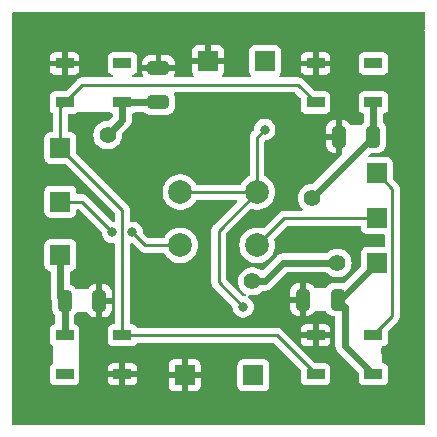
<source format=gbr>
%TF.GenerationSoftware,KiCad,Pcbnew,7.0.8*%
%TF.CreationDate,2023-11-30T14:41:35+01:00*%
%TF.ProjectId,Le_damier,4c655f64-616d-4696-9572-2e6b69636164,rev?*%
%TF.SameCoordinates,Original*%
%TF.FileFunction,Copper,L1,Top*%
%TF.FilePolarity,Positive*%
%FSLAX46Y46*%
G04 Gerber Fmt 4.6, Leading zero omitted, Abs format (unit mm)*
G04 Created by KiCad (PCBNEW 7.0.8) date 2023-11-30 14:41:35*
%MOMM*%
%LPD*%
G01*
G04 APERTURE LIST*
G04 Aperture macros list*
%AMRoundRect*
0 Rectangle with rounded corners*
0 $1 Rounding radius*
0 $2 $3 $4 $5 $6 $7 $8 $9 X,Y pos of 4 corners*
0 Add a 4 corners polygon primitive as box body*
4,1,4,$2,$3,$4,$5,$6,$7,$8,$9,$2,$3,0*
0 Add four circle primitives for the rounded corners*
1,1,$1+$1,$2,$3*
1,1,$1+$1,$4,$5*
1,1,$1+$1,$6,$7*
1,1,$1+$1,$8,$9*
0 Add four rect primitives between the rounded corners*
20,1,$1+$1,$2,$3,$4,$5,0*
20,1,$1+$1,$4,$5,$6,$7,0*
20,1,$1+$1,$6,$7,$8,$9,0*
20,1,$1+$1,$8,$9,$2,$3,0*%
G04 Aperture macros list end*
%TA.AperFunction,SMDPad,CuDef*%
%ADD10RoundRect,0.250000X0.650000X-0.325000X0.650000X0.325000X-0.650000X0.325000X-0.650000X-0.325000X0*%
%TD*%
%TA.AperFunction,ComponentPad*%
%ADD11R,1.700000X1.700000*%
%TD*%
%TA.AperFunction,SMDPad,CuDef*%
%ADD12R,1.500000X0.900000*%
%TD*%
%TA.AperFunction,SMDPad,CuDef*%
%ADD13RoundRect,0.250000X-0.325000X-0.650000X0.325000X-0.650000X0.325000X0.650000X-0.325000X0.650000X0*%
%TD*%
%TA.AperFunction,SMDPad,CuDef*%
%ADD14RoundRect,0.250000X0.325000X0.650000X-0.325000X0.650000X-0.325000X-0.650000X0.325000X-0.650000X0*%
%TD*%
%TA.AperFunction,ComponentPad*%
%ADD15C,2.000000*%
%TD*%
%TA.AperFunction,ViaPad*%
%ADD16C,1.400000*%
%TD*%
%TA.AperFunction,ViaPad*%
%ADD17C,0.800000*%
%TD*%
%TA.AperFunction,Conductor*%
%ADD18C,0.600000*%
%TD*%
%TA.AperFunction,Conductor*%
%ADD19C,0.250000*%
%TD*%
G04 APERTURE END LIST*
D10*
%TO.P,C1,1*%
%TO.N,+5V*%
X33010000Y-29120000D03*
%TO.P,C1,2*%
%TO.N,GND*%
X33010000Y-26170000D03*
%TD*%
D11*
%TO.P,Connector7,1,Pin_1*%
%TO.N,Net-(Connector2-Pin_1)*%
X51510000Y-38920000D03*
%TD*%
D12*
%TO.P,D3,1,VDD*%
%TO.N,+5V*%
X25060000Y-48820000D03*
%TO.P,D3,2,DOUT*%
%TO.N,unconnected-(D3-DOUT-Pad2)*%
X25060000Y-52120000D03*
%TO.P,D3,3,VSS*%
%TO.N,GND*%
X29960000Y-52120000D03*
%TO.P,D3,4,DIN*%
%TO.N,/LED_DIN*%
X29960000Y-48820000D03*
%TD*%
D13*
%TO.P,C3,1*%
%TO.N,+5V*%
X25060000Y-45920000D03*
%TO.P,C3,2*%
%TO.N,GND*%
X28010000Y-45920000D03*
%TD*%
D12*
%TO.P,D1,1,VDD*%
%TO.N,+5V*%
X29960000Y-29120000D03*
%TO.P,D1,2,DOUT*%
%TO.N,unconnected-(D1-DOUT-Pad2)*%
X29960000Y-25820000D03*
%TO.P,D1,3,VSS*%
%TO.N,GND*%
X25060000Y-25820000D03*
%TO.P,D1,4,DIN*%
%TO.N,/LED_DIN*%
X25060000Y-29120000D03*
%TD*%
%TO.P,D4,1,VDD*%
%TO.N,+5V*%
X51210000Y-52120000D03*
%TO.P,D4,2,DOUT*%
%TO.N,/LED_DOUT*%
X51210000Y-48820000D03*
%TO.P,D4,3,VSS*%
%TO.N,GND*%
X46310000Y-48820000D03*
%TO.P,D4,4,DIN*%
%TO.N,/LED_DIN*%
X46310000Y-52120000D03*
%TD*%
D11*
%TO.P,Connector8,1,Pin_1*%
%TO.N,Net-(Connector3-Pin_1)*%
X41048332Y-52220000D03*
%TD*%
%TO.P,Connector4,1,Pin_1*%
%TO.N,GND*%
X37198333Y-25620000D03*
%TD*%
D14*
%TO.P,C4,1*%
%TO.N,+5V*%
X48185000Y-45820000D03*
%TO.P,C4,2*%
%TO.N,GND*%
X45235000Y-45820000D03*
%TD*%
D11*
%TO.P,Connector1,1,Pin_1*%
%TO.N,+5V*%
X24710000Y-42041250D03*
%TD*%
D14*
%TO.P,C2,1*%
%TO.N,+5V*%
X51210000Y-32020000D03*
%TO.P,C2,2*%
%TO.N,GND*%
X48260000Y-32020000D03*
%TD*%
D11*
%TO.P,Connector5,1,Pin_1*%
%TO.N,/LED_DIN*%
X24710000Y-32983750D03*
%TD*%
D15*
%TO.P,SW1,1,1*%
%TO.N,Net-(Connector3-Pin_1)*%
X34860000Y-36720000D03*
X41360000Y-36720000D03*
%TO.P,SW1,2,2*%
%TO.N,Net-(Connector2-Pin_1)*%
X34860000Y-41220000D03*
X41360000Y-41220000D03*
%TD*%
D12*
%TO.P,D2,1,VDD*%
%TO.N,+5V*%
X51210000Y-29120000D03*
%TO.P,D2,2,DOUT*%
%TO.N,unconnected-(D2-DOUT-Pad2)*%
X51210000Y-25820000D03*
%TO.P,D2,3,VSS*%
%TO.N,GND*%
X46310000Y-25820000D03*
%TO.P,D2,4,DIN*%
%TO.N,/LED_DIN*%
X46310000Y-29120000D03*
%TD*%
D11*
%TO.P,Connector2,1,Pin_1*%
%TO.N,Net-(Connector2-Pin_1)*%
X24710000Y-37512500D03*
%TD*%
%TO.P,Connector9,1,Pin_1*%
%TO.N,+5V*%
X51510000Y-42695000D03*
%TD*%
%TO.P,Connector6,1,Pin_1*%
%TO.N,/LED_DOUT*%
X51510000Y-35120000D03*
%TD*%
%TO.P,Connector10,1,Pin_1*%
%TO.N,GND*%
X35221666Y-52220000D03*
%TD*%
%TO.P,Connector3,1,Pin_1*%
%TO.N,Net-(Connector3-Pin_1)*%
X42036666Y-25620000D03*
%TD*%
D16*
%TO.N,+5V*%
X46009998Y-37220000D03*
X28700000Y-31880000D03*
X48160000Y-42700000D03*
X40950000Y-44260000D03*
%TO.N,GND*%
X35910000Y-33320000D03*
X31270000Y-35060000D03*
X48310000Y-40820000D03*
X36610000Y-46740000D03*
X45110000Y-32920000D03*
X39330000Y-30330000D03*
X32660000Y-46790000D03*
X42970000Y-47060000D03*
D17*
%TO.N,Net-(Connector2-Pin_1)*%
X29110000Y-40120000D03*
X30790000Y-40120000D03*
%TO.N,Net-(Connector3-Pin_1)*%
X40180000Y-46430000D03*
X42010000Y-31420000D03*
%TD*%
D18*
%TO.N,+5V*%
X43560000Y-42700000D02*
X48160000Y-42700000D01*
X48790000Y-46425000D02*
X48790000Y-49700000D01*
X25060000Y-45920000D02*
X25060000Y-48820000D01*
X48185000Y-45820000D02*
X48790000Y-46425000D01*
X29960000Y-30620000D02*
X28700000Y-31880000D01*
X51210000Y-32020000D02*
X46009998Y-37220000D01*
X51210000Y-32020000D02*
X51210000Y-29120000D01*
X24710000Y-45570000D02*
X25060000Y-45920000D01*
X42000000Y-44260000D02*
X43560000Y-42700000D01*
X29960000Y-29120000D02*
X29960000Y-30620000D01*
X48790000Y-49700000D02*
X51210000Y-52120000D01*
X48185000Y-45820000D02*
X48385000Y-45820000D01*
X24710000Y-42041250D02*
X24710000Y-45570000D01*
X29960000Y-29120000D02*
X33010000Y-29120000D01*
X40950000Y-44260000D02*
X42000000Y-44260000D01*
X48385000Y-45820000D02*
X51510000Y-42695000D01*
D19*
%TO.N,Net-(Connector2-Pin_1)*%
X29110000Y-40120000D02*
X26502500Y-37512500D01*
X31890000Y-41220000D02*
X34860000Y-41220000D01*
X43660000Y-38920000D02*
X41360000Y-41220000D01*
X26502500Y-37512500D02*
X24710000Y-37512500D01*
X30790000Y-40120000D02*
X31890000Y-41220000D01*
X51510000Y-38920000D02*
X43660000Y-38920000D01*
%TO.N,Net-(Connector3-Pin_1)*%
X41360000Y-36720000D02*
X41360000Y-32070000D01*
X40180000Y-46430000D02*
X38110000Y-44360000D01*
X38110000Y-39970000D02*
X41360000Y-36720000D01*
X41360000Y-36720000D02*
X34860000Y-36720000D01*
X41360000Y-32070000D02*
X42010000Y-31420000D01*
X38110000Y-44360000D02*
X38110000Y-39970000D01*
%TO.N,/LED_DIN*%
X46310000Y-52120000D02*
X43010000Y-48820000D01*
X29960000Y-38233750D02*
X24710000Y-32983750D01*
X46310000Y-29120000D02*
X44820000Y-27630000D01*
X26550000Y-27630000D02*
X25060000Y-29120000D01*
X29960000Y-48820000D02*
X29960000Y-38233750D01*
X44820000Y-27630000D02*
X26550000Y-27630000D01*
X24710000Y-29470000D02*
X25060000Y-29120000D01*
X24710000Y-32983750D02*
X24710000Y-29470000D01*
X43010000Y-48820000D02*
X29960000Y-48820000D01*
%TO.N,/LED_DOUT*%
X52810000Y-36420000D02*
X52810000Y-47220000D01*
X51510000Y-35120000D02*
X52810000Y-36420000D01*
X52810000Y-47220000D02*
X51210000Y-48820000D01*
%TD*%
%TA.AperFunction,Conductor*%
%TO.N,GND*%
G36*
X55542539Y-21490185D02*
G01*
X55588294Y-21542989D01*
X55599500Y-21594500D01*
X55599500Y-22889903D01*
X55579815Y-22956942D01*
X55527011Y-23002697D01*
X55521036Y-23004624D01*
X55521138Y-23004871D01*
X55509617Y-23009617D01*
X55509616Y-23009618D01*
X55509459Y-23009999D01*
X55509459Y-23010000D01*
X55509617Y-23010383D01*
X55509901Y-23010500D01*
X55509903Y-23010500D01*
X55521138Y-23015129D01*
X55519583Y-23018903D01*
X55561480Y-23040746D01*
X55596137Y-23101415D01*
X55599500Y-23130096D01*
X55599500Y-56315500D01*
X55579815Y-56382539D01*
X55527011Y-56428294D01*
X55475500Y-56439500D01*
X20724500Y-56439500D01*
X20657461Y-56419815D01*
X20611706Y-56367011D01*
X20600500Y-56315500D01*
X20600500Y-53117844D01*
X33871666Y-53117844D01*
X33878067Y-53177372D01*
X33878069Y-53177379D01*
X33928311Y-53312086D01*
X33928315Y-53312093D01*
X34014475Y-53427187D01*
X34014478Y-53427190D01*
X34129572Y-53513350D01*
X34129579Y-53513354D01*
X34264286Y-53563596D01*
X34264293Y-53563598D01*
X34323821Y-53569999D01*
X34323838Y-53570000D01*
X34971666Y-53570000D01*
X34971666Y-52655501D01*
X35079351Y-52704680D01*
X35185903Y-52720000D01*
X35257429Y-52720000D01*
X35363981Y-52704680D01*
X35471666Y-52655501D01*
X35471666Y-53570000D01*
X36119494Y-53570000D01*
X36119510Y-53569999D01*
X36179038Y-53563598D01*
X36179045Y-53563596D01*
X36313752Y-53513354D01*
X36313759Y-53513350D01*
X36428853Y-53427190D01*
X36428856Y-53427187D01*
X36515016Y-53312093D01*
X36515020Y-53312086D01*
X36565262Y-53177379D01*
X36565264Y-53177372D01*
X36571662Y-53117870D01*
X39697832Y-53117870D01*
X39697833Y-53117876D01*
X39704240Y-53177483D01*
X39754534Y-53312328D01*
X39754538Y-53312335D01*
X39840784Y-53427544D01*
X39840787Y-53427547D01*
X39955996Y-53513793D01*
X39956003Y-53513797D01*
X40090849Y-53564091D01*
X40090848Y-53564091D01*
X40097776Y-53564835D01*
X40150459Y-53570500D01*
X41946204Y-53570499D01*
X42005815Y-53564091D01*
X42140663Y-53513796D01*
X42255878Y-53427546D01*
X42342128Y-53312331D01*
X42392423Y-53177483D01*
X42398832Y-53117873D01*
X42398831Y-51322128D01*
X42392423Y-51262517D01*
X42378878Y-51226202D01*
X42342129Y-51127671D01*
X42342125Y-51127664D01*
X42255879Y-51012455D01*
X42255876Y-51012452D01*
X42140667Y-50926206D01*
X42140660Y-50926202D01*
X42005814Y-50875908D01*
X42005815Y-50875908D01*
X41946215Y-50869501D01*
X41946213Y-50869500D01*
X41946205Y-50869500D01*
X41946196Y-50869500D01*
X40150461Y-50869500D01*
X40150455Y-50869501D01*
X40090848Y-50875908D01*
X39956003Y-50926202D01*
X39955996Y-50926206D01*
X39840787Y-51012452D01*
X39840784Y-51012455D01*
X39754538Y-51127664D01*
X39754534Y-51127671D01*
X39704240Y-51262517D01*
X39697833Y-51322116D01*
X39697833Y-51322123D01*
X39697832Y-51322135D01*
X39697832Y-53117870D01*
X36571662Y-53117870D01*
X36571665Y-53117844D01*
X36571666Y-53117827D01*
X36571666Y-52470000D01*
X35655352Y-52470000D01*
X35681159Y-52429844D01*
X35721666Y-52291889D01*
X35721666Y-52148111D01*
X35681159Y-52010156D01*
X35655352Y-51970000D01*
X36571666Y-51970000D01*
X36571666Y-51322172D01*
X36571665Y-51322155D01*
X36565264Y-51262627D01*
X36565262Y-51262620D01*
X36515020Y-51127913D01*
X36515016Y-51127906D01*
X36428856Y-51012812D01*
X36428853Y-51012809D01*
X36313759Y-50926649D01*
X36313752Y-50926645D01*
X36179045Y-50876403D01*
X36179038Y-50876401D01*
X36119510Y-50870000D01*
X35471666Y-50870000D01*
X35471666Y-51784498D01*
X35363981Y-51735320D01*
X35257429Y-51720000D01*
X35185903Y-51720000D01*
X35079351Y-51735320D01*
X34971666Y-51784498D01*
X34971666Y-50870000D01*
X34323821Y-50870000D01*
X34264293Y-50876401D01*
X34264286Y-50876403D01*
X34129579Y-50926645D01*
X34129572Y-50926649D01*
X34014478Y-51012809D01*
X34014475Y-51012812D01*
X33928315Y-51127906D01*
X33928311Y-51127913D01*
X33878069Y-51262620D01*
X33878067Y-51262627D01*
X33871666Y-51322155D01*
X33871666Y-51970000D01*
X34787980Y-51970000D01*
X34762173Y-52010156D01*
X34721666Y-52148111D01*
X34721666Y-52291889D01*
X34762173Y-52429844D01*
X34787980Y-52470000D01*
X33871666Y-52470000D01*
X33871666Y-53117844D01*
X20600500Y-53117844D01*
X20600500Y-42939120D01*
X23359500Y-42939120D01*
X23359501Y-42939126D01*
X23365908Y-42998733D01*
X23416202Y-43133578D01*
X23416206Y-43133585D01*
X23502452Y-43248794D01*
X23502455Y-43248797D01*
X23617664Y-43335043D01*
X23617671Y-43335047D01*
X23752516Y-43385341D01*
X23798757Y-43390313D01*
X23863307Y-43417051D01*
X23903155Y-43474444D01*
X23909500Y-43513602D01*
X23909500Y-45660191D01*
X23909501Y-45660200D01*
X23918791Y-45700908D01*
X23919955Y-45707763D01*
X23924632Y-45749259D01*
X23938420Y-45788662D01*
X23940345Y-45795345D01*
X23949639Y-45836061D01*
X23967758Y-45873687D01*
X23970419Y-45880111D01*
X23977539Y-45900456D01*
X23984500Y-45941417D01*
X23984500Y-46620001D01*
X23984501Y-46620019D01*
X23995000Y-46722796D01*
X23995001Y-46722799D01*
X24050185Y-46889331D01*
X24050187Y-46889336D01*
X24080416Y-46938345D01*
X24142287Y-47038655D01*
X24142289Y-47038657D01*
X24223181Y-47119549D01*
X24256666Y-47180872D01*
X24259500Y-47207230D01*
X24259500Y-47768560D01*
X24239815Y-47835599D01*
X24187011Y-47881354D01*
X24178833Y-47884742D01*
X24067671Y-47926202D01*
X24067664Y-47926206D01*
X23952455Y-48012452D01*
X23952452Y-48012455D01*
X23866206Y-48127664D01*
X23866202Y-48127671D01*
X23815908Y-48262517D01*
X23809501Y-48322116D01*
X23809501Y-48322123D01*
X23809500Y-48322135D01*
X23809500Y-49317870D01*
X23809501Y-49317876D01*
X23815908Y-49377483D01*
X23866202Y-49512328D01*
X23866206Y-49512335D01*
X23922241Y-49587187D01*
X23952454Y-49627546D01*
X24025209Y-49682010D01*
X24067079Y-49737943D01*
X24074897Y-49781276D01*
X24074897Y-51158724D01*
X24055212Y-51225763D01*
X24025210Y-51257988D01*
X23952454Y-51312454D01*
X23952453Y-51312455D01*
X23952452Y-51312456D01*
X23866206Y-51427664D01*
X23866202Y-51427671D01*
X23815908Y-51562517D01*
X23809857Y-51618807D01*
X23809501Y-51622123D01*
X23809500Y-51622135D01*
X23809500Y-52617870D01*
X23809501Y-52617876D01*
X23815908Y-52677483D01*
X23866202Y-52812328D01*
X23866206Y-52812335D01*
X23952452Y-52927544D01*
X23952455Y-52927547D01*
X24067664Y-53013793D01*
X24067671Y-53013797D01*
X24202517Y-53064091D01*
X24202516Y-53064091D01*
X24209444Y-53064835D01*
X24262127Y-53070500D01*
X25857872Y-53070499D01*
X25917483Y-53064091D01*
X26052331Y-53013796D01*
X26167546Y-52927546D01*
X26253796Y-52812331D01*
X26304091Y-52677483D01*
X26310500Y-52617873D01*
X26310500Y-52370000D01*
X28710000Y-52370000D01*
X28710000Y-52617844D01*
X28716401Y-52677372D01*
X28716403Y-52677379D01*
X28766645Y-52812086D01*
X28766649Y-52812093D01*
X28852809Y-52927187D01*
X28852812Y-52927190D01*
X28967906Y-53013350D01*
X28967913Y-53013354D01*
X29102620Y-53063596D01*
X29102627Y-53063598D01*
X29162155Y-53069999D01*
X29162172Y-53070000D01*
X29710000Y-53070000D01*
X29710000Y-52370000D01*
X30210000Y-52370000D01*
X30210000Y-53070000D01*
X30757828Y-53070000D01*
X30757844Y-53069999D01*
X30817372Y-53063598D01*
X30817379Y-53063596D01*
X30952086Y-53013354D01*
X30952093Y-53013350D01*
X31067187Y-52927190D01*
X31067190Y-52927187D01*
X31153350Y-52812093D01*
X31153354Y-52812086D01*
X31203596Y-52677379D01*
X31203598Y-52677372D01*
X31209999Y-52617844D01*
X31210000Y-52617827D01*
X31210000Y-52370000D01*
X30210000Y-52370000D01*
X29710000Y-52370000D01*
X28710000Y-52370000D01*
X26310500Y-52370000D01*
X26310499Y-51870000D01*
X28710000Y-51870000D01*
X29710000Y-51870000D01*
X29710000Y-51170000D01*
X30210000Y-51170000D01*
X30210000Y-51870000D01*
X31210000Y-51870000D01*
X31210000Y-51622172D01*
X31209999Y-51622155D01*
X31203598Y-51562627D01*
X31203596Y-51562620D01*
X31153354Y-51427913D01*
X31153350Y-51427906D01*
X31067190Y-51312812D01*
X31067187Y-51312809D01*
X30952093Y-51226649D01*
X30952086Y-51226645D01*
X30817379Y-51176403D01*
X30817372Y-51176401D01*
X30757844Y-51170000D01*
X30210000Y-51170000D01*
X29710000Y-51170000D01*
X29162155Y-51170000D01*
X29102627Y-51176401D01*
X29102620Y-51176403D01*
X28967913Y-51226645D01*
X28967906Y-51226649D01*
X28852812Y-51312809D01*
X28852809Y-51312812D01*
X28766649Y-51427906D01*
X28766645Y-51427913D01*
X28716403Y-51562620D01*
X28716401Y-51562627D01*
X28710000Y-51622155D01*
X28710000Y-51870000D01*
X26310499Y-51870000D01*
X26310499Y-51622128D01*
X26310499Y-51622127D01*
X26310499Y-51618807D01*
X26311459Y-51618807D01*
X26314897Y-51604243D01*
X26314897Y-49323485D01*
X26313273Y-49320495D01*
X26310499Y-49294421D01*
X26310499Y-48322128D01*
X26304091Y-48262517D01*
X26302711Y-48258818D01*
X26253797Y-48127671D01*
X26253793Y-48127664D01*
X26167547Y-48012455D01*
X26167544Y-48012452D01*
X26052335Y-47926206D01*
X26052329Y-47926203D01*
X25941166Y-47884741D01*
X25885233Y-47842869D01*
X25860816Y-47777405D01*
X25860500Y-47768559D01*
X25860500Y-47207230D01*
X25880185Y-47140191D01*
X25896819Y-47119549D01*
X25913480Y-47102888D01*
X25977712Y-47038656D01*
X26033071Y-46948903D01*
X26085019Y-46902179D01*
X26138610Y-46890000D01*
X26931977Y-46890000D01*
X26999016Y-46909685D01*
X27037516Y-46948903D01*
X27092684Y-47038345D01*
X27216654Y-47162315D01*
X27365875Y-47254356D01*
X27365880Y-47254358D01*
X27532302Y-47309505D01*
X27532309Y-47309506D01*
X27635019Y-47319999D01*
X27759999Y-47319999D01*
X27760000Y-47319998D01*
X27760000Y-46170000D01*
X28260000Y-46170000D01*
X28260000Y-47319999D01*
X28384972Y-47319999D01*
X28384986Y-47319998D01*
X28487697Y-47309505D01*
X28654119Y-47254358D01*
X28654124Y-47254356D01*
X28803345Y-47162315D01*
X28927315Y-47038345D01*
X29019356Y-46889124D01*
X29019358Y-46889119D01*
X29074505Y-46722697D01*
X29074506Y-46722690D01*
X29084999Y-46619986D01*
X29085000Y-46619973D01*
X29085000Y-46170000D01*
X28260000Y-46170000D01*
X27760000Y-46170000D01*
X27760000Y-44520000D01*
X28260000Y-44520000D01*
X28260000Y-45670000D01*
X29084999Y-45670000D01*
X29084999Y-45220028D01*
X29084998Y-45220013D01*
X29074505Y-45117302D01*
X29019358Y-44950880D01*
X29019356Y-44950875D01*
X28927315Y-44801654D01*
X28803345Y-44677684D01*
X28654124Y-44585643D01*
X28654119Y-44585641D01*
X28487697Y-44530494D01*
X28487690Y-44530493D01*
X28384986Y-44520000D01*
X28260000Y-44520000D01*
X27760000Y-44520000D01*
X27635027Y-44520000D01*
X27635012Y-44520001D01*
X27532302Y-44530494D01*
X27365880Y-44585641D01*
X27365875Y-44585643D01*
X27216654Y-44677684D01*
X27092684Y-44801654D01*
X27037516Y-44891097D01*
X26985568Y-44937821D01*
X26931977Y-44950000D01*
X26138610Y-44950000D01*
X26071571Y-44930315D01*
X26033071Y-44891096D01*
X26032281Y-44889816D01*
X25977712Y-44801344D01*
X25853656Y-44677288D01*
X25760888Y-44620069D01*
X25704336Y-44585187D01*
X25704335Y-44585186D01*
X25704334Y-44585186D01*
X25628687Y-44560119D01*
X25595495Y-44549120D01*
X25538050Y-44509347D01*
X25511228Y-44444831D01*
X25510500Y-44431414D01*
X25510500Y-43513601D01*
X25530185Y-43446562D01*
X25582989Y-43400807D01*
X25621247Y-43390311D01*
X25667483Y-43385341D01*
X25802331Y-43335046D01*
X25917546Y-43248796D01*
X26003796Y-43133581D01*
X26054091Y-42998733D01*
X26060500Y-42939123D01*
X26060499Y-41143378D01*
X26054091Y-41083767D01*
X26015814Y-40981142D01*
X26003797Y-40948921D01*
X26003793Y-40948914D01*
X25917547Y-40833705D01*
X25917544Y-40833702D01*
X25802335Y-40747456D01*
X25802328Y-40747452D01*
X25667482Y-40697158D01*
X25667483Y-40697158D01*
X25607883Y-40690751D01*
X25607881Y-40690750D01*
X25607873Y-40690750D01*
X25607864Y-40690750D01*
X23812129Y-40690750D01*
X23812123Y-40690751D01*
X23752516Y-40697158D01*
X23617671Y-40747452D01*
X23617664Y-40747456D01*
X23502455Y-40833702D01*
X23502452Y-40833705D01*
X23416206Y-40948914D01*
X23416202Y-40948921D01*
X23365908Y-41083767D01*
X23364917Y-41092989D01*
X23359501Y-41143373D01*
X23359500Y-41143385D01*
X23359500Y-42939120D01*
X20600500Y-42939120D01*
X20600500Y-38410370D01*
X23359500Y-38410370D01*
X23359501Y-38410376D01*
X23365908Y-38469983D01*
X23416202Y-38604828D01*
X23416206Y-38604835D01*
X23502452Y-38720044D01*
X23502455Y-38720047D01*
X23617664Y-38806293D01*
X23617671Y-38806297D01*
X23752517Y-38856591D01*
X23752516Y-38856591D01*
X23759444Y-38857335D01*
X23812127Y-38863000D01*
X25607872Y-38862999D01*
X25667483Y-38856591D01*
X25802331Y-38806296D01*
X25917546Y-38720046D01*
X26003796Y-38604831D01*
X26054091Y-38469983D01*
X26060500Y-38410373D01*
X26060500Y-38262000D01*
X26080185Y-38194961D01*
X26132989Y-38149206D01*
X26184500Y-38138000D01*
X26192048Y-38138000D01*
X26259087Y-38157685D01*
X26279729Y-38174319D01*
X28171038Y-40065629D01*
X28204523Y-40126952D01*
X28206678Y-40140348D01*
X28210254Y-40174369D01*
X28224326Y-40308256D01*
X28224327Y-40308259D01*
X28282818Y-40488277D01*
X28282821Y-40488284D01*
X28377467Y-40652216D01*
X28448511Y-40731118D01*
X28504129Y-40792888D01*
X28657265Y-40904148D01*
X28657270Y-40904151D01*
X28830192Y-40981142D01*
X28830197Y-40981144D01*
X29015354Y-41020500D01*
X29015355Y-41020500D01*
X29210500Y-41020500D01*
X29277539Y-41040185D01*
X29323294Y-41092989D01*
X29334500Y-41144500D01*
X29334500Y-47745500D01*
X29314815Y-47812539D01*
X29262011Y-47858294D01*
X29210502Y-47869500D01*
X29162131Y-47869500D01*
X29162123Y-47869501D01*
X29102516Y-47875908D01*
X28967671Y-47926202D01*
X28967664Y-47926206D01*
X28852455Y-48012452D01*
X28852452Y-48012455D01*
X28766206Y-48127664D01*
X28766202Y-48127671D01*
X28715908Y-48262517D01*
X28709501Y-48322116D01*
X28709501Y-48322123D01*
X28709500Y-48322135D01*
X28709500Y-49317870D01*
X28709501Y-49317876D01*
X28715908Y-49377483D01*
X28766202Y-49512328D01*
X28766206Y-49512335D01*
X28852452Y-49627544D01*
X28852455Y-49627547D01*
X28967664Y-49713793D01*
X28967671Y-49713797D01*
X29102517Y-49764091D01*
X29102516Y-49764091D01*
X29109444Y-49764835D01*
X29162127Y-49770500D01*
X30757872Y-49770499D01*
X30817483Y-49764091D01*
X30952331Y-49713796D01*
X31067546Y-49627546D01*
X31153796Y-49512331D01*
X31153798Y-49512323D01*
X31155027Y-49510076D01*
X31156849Y-49508253D01*
X31159112Y-49505231D01*
X31159546Y-49505556D01*
X31204431Y-49460669D01*
X31263861Y-49445500D01*
X42699548Y-49445500D01*
X42766587Y-49465185D01*
X42787229Y-49481819D01*
X45023181Y-51717771D01*
X45056666Y-51779094D01*
X45059500Y-51805452D01*
X45059500Y-52617870D01*
X45059501Y-52617876D01*
X45065908Y-52677483D01*
X45116202Y-52812328D01*
X45116206Y-52812335D01*
X45202452Y-52927544D01*
X45202455Y-52927547D01*
X45317664Y-53013793D01*
X45317671Y-53013797D01*
X45452517Y-53064091D01*
X45452516Y-53064091D01*
X45459444Y-53064835D01*
X45512127Y-53070500D01*
X47107872Y-53070499D01*
X47167483Y-53064091D01*
X47302331Y-53013796D01*
X47417546Y-52927546D01*
X47503796Y-52812331D01*
X47554091Y-52677483D01*
X47560500Y-52617873D01*
X47560499Y-51622128D01*
X47554091Y-51562517D01*
X47553142Y-51559973D01*
X47503797Y-51427671D01*
X47503793Y-51427664D01*
X47417547Y-51312455D01*
X47417544Y-51312452D01*
X47302335Y-51226206D01*
X47302328Y-51226202D01*
X47167482Y-51175908D01*
X47167483Y-51175908D01*
X47107883Y-51169501D01*
X47107881Y-51169500D01*
X47107873Y-51169500D01*
X47107865Y-51169500D01*
X46295452Y-51169500D01*
X46228413Y-51149815D01*
X46207771Y-51133181D01*
X44864790Y-49790200D01*
X44144591Y-49070000D01*
X45060000Y-49070000D01*
X45060000Y-49317844D01*
X45066401Y-49377372D01*
X45066403Y-49377379D01*
X45116645Y-49512086D01*
X45116649Y-49512093D01*
X45202809Y-49627187D01*
X45202812Y-49627190D01*
X45317906Y-49713350D01*
X45317913Y-49713354D01*
X45452620Y-49763596D01*
X45452627Y-49763598D01*
X45512155Y-49769999D01*
X45512172Y-49770000D01*
X46060000Y-49770000D01*
X46060000Y-49070000D01*
X46560000Y-49070000D01*
X46560000Y-49770000D01*
X47107828Y-49770000D01*
X47107844Y-49769999D01*
X47167372Y-49763598D01*
X47167379Y-49763596D01*
X47302086Y-49713354D01*
X47302093Y-49713350D01*
X47417187Y-49627190D01*
X47417190Y-49627187D01*
X47503350Y-49512093D01*
X47503354Y-49512086D01*
X47553596Y-49377379D01*
X47553598Y-49377372D01*
X47559999Y-49317844D01*
X47560000Y-49317827D01*
X47560000Y-49070000D01*
X46560000Y-49070000D01*
X46060000Y-49070000D01*
X45060000Y-49070000D01*
X44144591Y-49070000D01*
X43644591Y-48570000D01*
X45060000Y-48570000D01*
X46060000Y-48570000D01*
X46060000Y-47870000D01*
X46560000Y-47870000D01*
X46560000Y-48570000D01*
X47560000Y-48570000D01*
X47560000Y-48322172D01*
X47559999Y-48322155D01*
X47553598Y-48262627D01*
X47553596Y-48262620D01*
X47503354Y-48127913D01*
X47503350Y-48127906D01*
X47417190Y-48012812D01*
X47417187Y-48012809D01*
X47302093Y-47926649D01*
X47302086Y-47926645D01*
X47167379Y-47876403D01*
X47167372Y-47876401D01*
X47107844Y-47870000D01*
X46560000Y-47870000D01*
X46060000Y-47870000D01*
X45512155Y-47870000D01*
X45452627Y-47876401D01*
X45452620Y-47876403D01*
X45317913Y-47926645D01*
X45317906Y-47926649D01*
X45202812Y-48012809D01*
X45202809Y-48012812D01*
X45116649Y-48127906D01*
X45116645Y-48127913D01*
X45066403Y-48262620D01*
X45066401Y-48262627D01*
X45060000Y-48322155D01*
X45060000Y-48570000D01*
X43644591Y-48570000D01*
X43510803Y-48436212D01*
X43500980Y-48423950D01*
X43500759Y-48424134D01*
X43495786Y-48418123D01*
X43495410Y-48417770D01*
X43445364Y-48370773D01*
X43434919Y-48360328D01*
X43424475Y-48349883D01*
X43418986Y-48345625D01*
X43414561Y-48341847D01*
X43380582Y-48309938D01*
X43380580Y-48309936D01*
X43380577Y-48309935D01*
X43363029Y-48300288D01*
X43346763Y-48289604D01*
X43330933Y-48277325D01*
X43288168Y-48258818D01*
X43282922Y-48256248D01*
X43242093Y-48233803D01*
X43242092Y-48233802D01*
X43222693Y-48228822D01*
X43204281Y-48222518D01*
X43185898Y-48214562D01*
X43185892Y-48214560D01*
X43139874Y-48207272D01*
X43134152Y-48206087D01*
X43089021Y-48194500D01*
X43089019Y-48194500D01*
X43068984Y-48194500D01*
X43049586Y-48192973D01*
X43042162Y-48191797D01*
X43029805Y-48189840D01*
X43029804Y-48189840D01*
X42983416Y-48194225D01*
X42977578Y-48194500D01*
X31263861Y-48194500D01*
X31196822Y-48174815D01*
X31159362Y-48134581D01*
X31159112Y-48134769D01*
X31157364Y-48132434D01*
X31155027Y-48129924D01*
X31153797Y-48127673D01*
X31153796Y-48127669D01*
X31153793Y-48127665D01*
X31153792Y-48127663D01*
X31067547Y-48012455D01*
X31067544Y-48012452D01*
X30952335Y-47926206D01*
X30952328Y-47926202D01*
X30817482Y-47875908D01*
X30817483Y-47875908D01*
X30757883Y-47869501D01*
X30757881Y-47869500D01*
X30757873Y-47869500D01*
X30757865Y-47869500D01*
X30709500Y-47869500D01*
X30642461Y-47849815D01*
X30596706Y-47797011D01*
X30585500Y-47745500D01*
X30585500Y-41144500D01*
X30605185Y-41077461D01*
X30657989Y-41031706D01*
X30709500Y-41020500D01*
X30754548Y-41020500D01*
X30821587Y-41040185D01*
X30842229Y-41056819D01*
X31389197Y-41603788D01*
X31399022Y-41616051D01*
X31399243Y-41615869D01*
X31404214Y-41621878D01*
X31430217Y-41646295D01*
X31454635Y-41669226D01*
X31475529Y-41690120D01*
X31481011Y-41694373D01*
X31485443Y-41698157D01*
X31519418Y-41730062D01*
X31536976Y-41739714D01*
X31553233Y-41750393D01*
X31569064Y-41762673D01*
X31588737Y-41771186D01*
X31611833Y-41781182D01*
X31617077Y-41783750D01*
X31657908Y-41806197D01*
X31670523Y-41809435D01*
X31677305Y-41811177D01*
X31695719Y-41817481D01*
X31714104Y-41825438D01*
X31760157Y-41832732D01*
X31765826Y-41833906D01*
X31810981Y-41845500D01*
X31831016Y-41845500D01*
X31850413Y-41847026D01*
X31870196Y-41850160D01*
X31916584Y-41845775D01*
X31922422Y-41845500D01*
X33414850Y-41845500D01*
X33481889Y-41865185D01*
X33527644Y-41917989D01*
X33528405Y-41919689D01*
X33535824Y-41936603D01*
X33671833Y-42144782D01*
X33671836Y-42144785D01*
X33840256Y-42327738D01*
X34036491Y-42480474D01*
X34255190Y-42598828D01*
X34490386Y-42679571D01*
X34735665Y-42720500D01*
X34984335Y-42720500D01*
X35229614Y-42679571D01*
X35464810Y-42598828D01*
X35683509Y-42480474D01*
X35879744Y-42327738D01*
X36048164Y-42144785D01*
X36184173Y-41936607D01*
X36284063Y-41708881D01*
X36345108Y-41467821D01*
X36355327Y-41344500D01*
X36365643Y-41220005D01*
X36365643Y-41219994D01*
X36345109Y-40972187D01*
X36345107Y-40972175D01*
X36284063Y-40731118D01*
X36184173Y-40503393D01*
X36048166Y-40295217D01*
X36019512Y-40264091D01*
X35879744Y-40112262D01*
X35683509Y-39959526D01*
X35683507Y-39959525D01*
X35683506Y-39959524D01*
X35464811Y-39841172D01*
X35464802Y-39841169D01*
X35229616Y-39760429D01*
X34984335Y-39719500D01*
X34735665Y-39719500D01*
X34490383Y-39760429D01*
X34255197Y-39841169D01*
X34255188Y-39841172D01*
X34036493Y-39959524D01*
X33840257Y-40112261D01*
X33671833Y-40295217D01*
X33535824Y-40503396D01*
X33528405Y-40520311D01*
X33483449Y-40573797D01*
X33416713Y-40594486D01*
X33414850Y-40594500D01*
X32200452Y-40594500D01*
X32133413Y-40574815D01*
X32112771Y-40558181D01*
X31728960Y-40174369D01*
X31695475Y-40113046D01*
X31693323Y-40099668D01*
X31675674Y-39931744D01*
X31617179Y-39751716D01*
X31522533Y-39587784D01*
X31395871Y-39447112D01*
X31395870Y-39447111D01*
X31242734Y-39335851D01*
X31242729Y-39335848D01*
X31069807Y-39258857D01*
X31069802Y-39258855D01*
X30924001Y-39227865D01*
X30884646Y-39219500D01*
X30709500Y-39219500D01*
X30642461Y-39199815D01*
X30596706Y-39147011D01*
X30585500Y-39095500D01*
X30585500Y-38316487D01*
X30587224Y-38300873D01*
X30586938Y-38300846D01*
X30587672Y-38293083D01*
X30585500Y-38223953D01*
X30585500Y-38194401D01*
X30585500Y-38194400D01*
X30584629Y-38187509D01*
X30584172Y-38181695D01*
X30582709Y-38135122D01*
X30577122Y-38115894D01*
X30573174Y-38096834D01*
X30572222Y-38089297D01*
X30570664Y-38076958D01*
X30553507Y-38033625D01*
X30551619Y-38028109D01*
X30538619Y-37983362D01*
X30528418Y-37966113D01*
X30519860Y-37948644D01*
X30512486Y-37930018D01*
X30512483Y-37930014D01*
X30512483Y-37930013D01*
X30485098Y-37892321D01*
X30481890Y-37887437D01*
X30458172Y-37847332D01*
X30458163Y-37847321D01*
X30444005Y-37833163D01*
X30431370Y-37818370D01*
X30419593Y-37802162D01*
X30383693Y-37772463D01*
X30379381Y-37768540D01*
X29330846Y-36720005D01*
X33354357Y-36720005D01*
X33374890Y-36967812D01*
X33374892Y-36967824D01*
X33435936Y-37208881D01*
X33535826Y-37436606D01*
X33671833Y-37644782D01*
X33681735Y-37655538D01*
X33840256Y-37827738D01*
X34036491Y-37980474D01*
X34255190Y-38098828D01*
X34490386Y-38179571D01*
X34735665Y-38220500D01*
X34984335Y-38220500D01*
X35229614Y-38179571D01*
X35464810Y-38098828D01*
X35683509Y-37980474D01*
X35879744Y-37827738D01*
X36048164Y-37644785D01*
X36184173Y-37436607D01*
X36184175Y-37436603D01*
X36191595Y-37419689D01*
X36236551Y-37366203D01*
X36303287Y-37345514D01*
X36305150Y-37345500D01*
X39550548Y-37345500D01*
X39617587Y-37365185D01*
X39663342Y-37417989D01*
X39673286Y-37487147D01*
X39644261Y-37550703D01*
X39638229Y-37557181D01*
X37726208Y-39469199D01*
X37713951Y-39479020D01*
X37714134Y-39479241D01*
X37708123Y-39484213D01*
X37660772Y-39534636D01*
X37639889Y-39555519D01*
X37639877Y-39555532D01*
X37635621Y-39561017D01*
X37631837Y-39565447D01*
X37599937Y-39599418D01*
X37599936Y-39599420D01*
X37590284Y-39616976D01*
X37579610Y-39633226D01*
X37567329Y-39649061D01*
X37567324Y-39649068D01*
X37548815Y-39691838D01*
X37546245Y-39697084D01*
X37523803Y-39737906D01*
X37518822Y-39757307D01*
X37512521Y-39775710D01*
X37504562Y-39794102D01*
X37504561Y-39794105D01*
X37497271Y-39840127D01*
X37496087Y-39845846D01*
X37484501Y-39890972D01*
X37484500Y-39890982D01*
X37484500Y-39911016D01*
X37482973Y-39930415D01*
X37479840Y-39950194D01*
X37479840Y-39950195D01*
X37484225Y-39996583D01*
X37484500Y-40002421D01*
X37484500Y-44277255D01*
X37482775Y-44292872D01*
X37483061Y-44292899D01*
X37482326Y-44300665D01*
X37484500Y-44369814D01*
X37484500Y-44399343D01*
X37484501Y-44399360D01*
X37485368Y-44406231D01*
X37485826Y-44412050D01*
X37487290Y-44458624D01*
X37487291Y-44458627D01*
X37492880Y-44477867D01*
X37496824Y-44496911D01*
X37499336Y-44516792D01*
X37504761Y-44530494D01*
X37516490Y-44560119D01*
X37518382Y-44565647D01*
X37531381Y-44610388D01*
X37541580Y-44627634D01*
X37550138Y-44645103D01*
X37557514Y-44663732D01*
X37584898Y-44701423D01*
X37588106Y-44706307D01*
X37611827Y-44746416D01*
X37611833Y-44746424D01*
X37625990Y-44760580D01*
X37638628Y-44775376D01*
X37650405Y-44791586D01*
X37650406Y-44791587D01*
X37686309Y-44821288D01*
X37690620Y-44825210D01*
X38854574Y-45989165D01*
X39241038Y-46375629D01*
X39274523Y-46436952D01*
X39276678Y-46450348D01*
X39283998Y-46519986D01*
X39294326Y-46618256D01*
X39294327Y-46618259D01*
X39352818Y-46798277D01*
X39352821Y-46798284D01*
X39447467Y-46962216D01*
X39537954Y-47062712D01*
X39574129Y-47102888D01*
X39727265Y-47214148D01*
X39727270Y-47214151D01*
X39900192Y-47291142D01*
X39900197Y-47291144D01*
X40085354Y-47330500D01*
X40085355Y-47330500D01*
X40274644Y-47330500D01*
X40274646Y-47330500D01*
X40459803Y-47291144D01*
X40632730Y-47214151D01*
X40785871Y-47102888D01*
X40912533Y-46962216D01*
X41007179Y-46798284D01*
X41065674Y-46618256D01*
X41085460Y-46430000D01*
X41065674Y-46241744D01*
X41009871Y-46070000D01*
X44160001Y-46070000D01*
X44160001Y-46519986D01*
X44170494Y-46622697D01*
X44225641Y-46789119D01*
X44225643Y-46789124D01*
X44317684Y-46938345D01*
X44441654Y-47062315D01*
X44590875Y-47154356D01*
X44590880Y-47154358D01*
X44757302Y-47209505D01*
X44757309Y-47209506D01*
X44860019Y-47219999D01*
X44984999Y-47219999D01*
X44985000Y-47219998D01*
X44985000Y-46070000D01*
X44160001Y-46070000D01*
X41009871Y-46070000D01*
X41007179Y-46061716D01*
X40912533Y-45897784D01*
X40785871Y-45757112D01*
X40775062Y-45749259D01*
X40662804Y-45667699D01*
X40620138Y-45612369D01*
X40616499Y-45570000D01*
X44160000Y-45570000D01*
X44985000Y-45570000D01*
X44985000Y-44420000D01*
X44860027Y-44420000D01*
X44860012Y-44420001D01*
X44757302Y-44430494D01*
X44590880Y-44485641D01*
X44590875Y-44485643D01*
X44441654Y-44577684D01*
X44317684Y-44701654D01*
X44225643Y-44850875D01*
X44225641Y-44850880D01*
X44170494Y-45017302D01*
X44170493Y-45017309D01*
X44160000Y-45120013D01*
X44160000Y-45570000D01*
X40616499Y-45570000D01*
X40614159Y-45542756D01*
X40646764Y-45480961D01*
X40707603Y-45446604D01*
X40758472Y-45445492D01*
X40838757Y-45460500D01*
X40838759Y-45460500D01*
X41061241Y-45460500D01*
X41061243Y-45460500D01*
X41279940Y-45419618D01*
X41487401Y-45339247D01*
X41676562Y-45222124D01*
X41818355Y-45092861D01*
X41881157Y-45062246D01*
X41901892Y-45060500D01*
X42090194Y-45060500D01*
X42130905Y-45051208D01*
X42137760Y-45050043D01*
X42179255Y-45045368D01*
X42218680Y-45031571D01*
X42225321Y-45029658D01*
X42266061Y-45020360D01*
X42303693Y-45002236D01*
X42310105Y-44999580D01*
X42349522Y-44985789D01*
X42384889Y-44963565D01*
X42390961Y-44960209D01*
X42428587Y-44942091D01*
X42461236Y-44916052D01*
X42466895Y-44912037D01*
X42502262Y-44889816D01*
X42629816Y-44762262D01*
X43855259Y-43536819D01*
X43916582Y-43503334D01*
X43942940Y-43500500D01*
X47208108Y-43500500D01*
X47275147Y-43520185D01*
X47291638Y-43532856D01*
X47433438Y-43662124D01*
X47433440Y-43662125D01*
X47433441Y-43662126D01*
X47622595Y-43779245D01*
X47622596Y-43779245D01*
X47622599Y-43779247D01*
X47830060Y-43859618D01*
X48048757Y-43900500D01*
X48048759Y-43900500D01*
X48271241Y-43900500D01*
X48271243Y-43900500D01*
X48489940Y-43859618D01*
X48697401Y-43779247D01*
X48886562Y-43662124D01*
X49028354Y-43532863D01*
X49050979Y-43512238D01*
X49059844Y-43500500D01*
X49185058Y-43334689D01*
X49284229Y-43135528D01*
X49345115Y-42921536D01*
X49365643Y-42700000D01*
X49345115Y-42478464D01*
X49284229Y-42264472D01*
X49224632Y-42144785D01*
X49185061Y-42065316D01*
X49185056Y-42065308D01*
X49050979Y-41887761D01*
X48886562Y-41737876D01*
X48886560Y-41737874D01*
X48697404Y-41620754D01*
X48697398Y-41620752D01*
X48489940Y-41540382D01*
X48271243Y-41499500D01*
X48048757Y-41499500D01*
X47830060Y-41540382D01*
X47698864Y-41591207D01*
X47622601Y-41620752D01*
X47622595Y-41620754D01*
X47433441Y-41737873D01*
X47433438Y-41737876D01*
X47291644Y-41867138D01*
X47228843Y-41897754D01*
X47208108Y-41899500D01*
X43650194Y-41899500D01*
X43469806Y-41899500D01*
X43463888Y-41900850D01*
X43429089Y-41908791D01*
X43422235Y-41909955D01*
X43380744Y-41914632D01*
X43341341Y-41928419D01*
X43334659Y-41930344D01*
X43293939Y-41939639D01*
X43256320Y-41957755D01*
X43249895Y-41960416D01*
X43210483Y-41974208D01*
X43210476Y-41974212D01*
X43175120Y-41996427D01*
X43169033Y-41999791D01*
X43131410Y-42017910D01*
X43098769Y-42043941D01*
X43093096Y-42047966D01*
X43057739Y-42070183D01*
X43057735Y-42070186D01*
X43025748Y-42102174D01*
X41840307Y-43287613D01*
X41778984Y-43321098D01*
X41709292Y-43316114D01*
X41681468Y-43300843D01*
X41681437Y-43300894D01*
X41680477Y-43300299D01*
X41677894Y-43298882D01*
X41676558Y-43297873D01*
X41487404Y-43180754D01*
X41487398Y-43180752D01*
X41279940Y-43100382D01*
X41061243Y-43059500D01*
X40838757Y-43059500D01*
X40620060Y-43100382D01*
X40529351Y-43135523D01*
X40412601Y-43180752D01*
X40412595Y-43180754D01*
X40223439Y-43297874D01*
X40223437Y-43297876D01*
X40059020Y-43447761D01*
X39924943Y-43625308D01*
X39924938Y-43625316D01*
X39825775Y-43824461D01*
X39825769Y-43824476D01*
X39764885Y-44038462D01*
X39764884Y-44038464D01*
X39744357Y-44259999D01*
X39744357Y-44260000D01*
X39764884Y-44481535D01*
X39764885Y-44481537D01*
X39825769Y-44695523D01*
X39825775Y-44695538D01*
X39924938Y-44894683D01*
X39924943Y-44894691D01*
X40059020Y-45072238D01*
X40223437Y-45222123D01*
X40223439Y-45222125D01*
X40349924Y-45300441D01*
X40396560Y-45352469D01*
X40407664Y-45421450D01*
X40379711Y-45485485D01*
X40321576Y-45524241D01*
X40281145Y-45528251D01*
X40281145Y-45529500D01*
X40215452Y-45529500D01*
X40148413Y-45509815D01*
X40127771Y-45493181D01*
X38771819Y-44137228D01*
X38738334Y-44075905D01*
X38735500Y-44049547D01*
X38735500Y-41220005D01*
X39854357Y-41220005D01*
X39874890Y-41467812D01*
X39874892Y-41467824D01*
X39935936Y-41708881D01*
X40035826Y-41936606D01*
X40171833Y-42144782D01*
X40171836Y-42144785D01*
X40340256Y-42327738D01*
X40536491Y-42480474D01*
X40755190Y-42598828D01*
X40990386Y-42679571D01*
X41235665Y-42720500D01*
X41484335Y-42720500D01*
X41729614Y-42679571D01*
X41964810Y-42598828D01*
X42183509Y-42480474D01*
X42379744Y-42327738D01*
X42548164Y-42144785D01*
X42684173Y-41936607D01*
X42784063Y-41708881D01*
X42845108Y-41467821D01*
X42855327Y-41344500D01*
X42865643Y-41220005D01*
X42865643Y-41219994D01*
X42845109Y-40972187D01*
X42845108Y-40972183D01*
X42845108Y-40972179D01*
X42839216Y-40948914D01*
X42791136Y-40759050D01*
X42793760Y-40689230D01*
X42823658Y-40640930D01*
X43882772Y-39581819D01*
X43944095Y-39548334D01*
X43970453Y-39545500D01*
X50035501Y-39545500D01*
X50102540Y-39565185D01*
X50148295Y-39617989D01*
X50159501Y-39669500D01*
X50159501Y-39817876D01*
X50165908Y-39877483D01*
X50216202Y-40012328D01*
X50216206Y-40012335D01*
X50302452Y-40127544D01*
X50302455Y-40127547D01*
X50417664Y-40213793D01*
X50417671Y-40213797D01*
X50552517Y-40264091D01*
X50552516Y-40264091D01*
X50559444Y-40264835D01*
X50612127Y-40270500D01*
X52060500Y-40270499D01*
X52127539Y-40290184D01*
X52173294Y-40342987D01*
X52184500Y-40394499D01*
X52184500Y-41220500D01*
X52164815Y-41287539D01*
X52112011Y-41333294D01*
X52060500Y-41344500D01*
X50612129Y-41344500D01*
X50612123Y-41344501D01*
X50552516Y-41350908D01*
X50417671Y-41401202D01*
X50417664Y-41401206D01*
X50302455Y-41487452D01*
X50302452Y-41487455D01*
X50216206Y-41602664D01*
X50216202Y-41602671D01*
X50165908Y-41737517D01*
X50159501Y-41797116D01*
X50159500Y-41797135D01*
X50159500Y-42862059D01*
X50139815Y-42929098D01*
X50123181Y-42949740D01*
X48686428Y-44386492D01*
X48625105Y-44419977D01*
X48586149Y-44422169D01*
X48560027Y-44419501D01*
X48560013Y-44419500D01*
X48560009Y-44419500D01*
X48560002Y-44419500D01*
X47809998Y-44419500D01*
X47809980Y-44419501D01*
X47707203Y-44430000D01*
X47707200Y-44430001D01*
X47540668Y-44485185D01*
X47540663Y-44485187D01*
X47391342Y-44577289D01*
X47267287Y-44701344D01*
X47211929Y-44791096D01*
X47159981Y-44837821D01*
X47106390Y-44850000D01*
X46313023Y-44850000D01*
X46245984Y-44830315D01*
X46207484Y-44791097D01*
X46152315Y-44701654D01*
X46028345Y-44577684D01*
X45879124Y-44485643D01*
X45879119Y-44485641D01*
X45712697Y-44430494D01*
X45712690Y-44430493D01*
X45609986Y-44420000D01*
X45485000Y-44420000D01*
X45485000Y-47219999D01*
X45609972Y-47219999D01*
X45609986Y-47219998D01*
X45712697Y-47209505D01*
X45879119Y-47154358D01*
X45879124Y-47154356D01*
X46028345Y-47062315D01*
X46152315Y-46938345D01*
X46207484Y-46848903D01*
X46259432Y-46802179D01*
X46313023Y-46790000D01*
X47106390Y-46790000D01*
X47173429Y-46809685D01*
X47211929Y-46848904D01*
X47249418Y-46909685D01*
X47267288Y-46938656D01*
X47391344Y-47062712D01*
X47540666Y-47154814D01*
X47707203Y-47209999D01*
X47809991Y-47220500D01*
X47865500Y-47220499D01*
X47932538Y-47240182D01*
X47978293Y-47292986D01*
X47989500Y-47344499D01*
X47989500Y-49790191D01*
X47989501Y-49790200D01*
X47998791Y-49830908D01*
X47999955Y-49837763D01*
X48004632Y-49879259D01*
X48018420Y-49918662D01*
X48020345Y-49925345D01*
X48029639Y-49966061D01*
X48047759Y-50003688D01*
X48050421Y-50010114D01*
X48064212Y-50049525D01*
X48086422Y-50084872D01*
X48089787Y-50090959D01*
X48107910Y-50128589D01*
X48133940Y-50161229D01*
X48137966Y-50166904D01*
X48160182Y-50202259D01*
X48160184Y-50202262D01*
X49923181Y-51965259D01*
X49956666Y-52026582D01*
X49959500Y-52052940D01*
X49959500Y-52617870D01*
X49959501Y-52617876D01*
X49965908Y-52677483D01*
X50016202Y-52812328D01*
X50016206Y-52812335D01*
X50102452Y-52927544D01*
X50102455Y-52927547D01*
X50217664Y-53013793D01*
X50217671Y-53013797D01*
X50352517Y-53064091D01*
X50352516Y-53064091D01*
X50359444Y-53064835D01*
X50412127Y-53070500D01*
X52007872Y-53070499D01*
X52067483Y-53064091D01*
X52202331Y-53013796D01*
X52317546Y-52927546D01*
X52403796Y-52812331D01*
X52454091Y-52677483D01*
X52460500Y-52617873D01*
X52460499Y-51622128D01*
X52454091Y-51562517D01*
X52453142Y-51559973D01*
X52403797Y-51427671D01*
X52403793Y-51427664D01*
X52317547Y-51312455D01*
X52317544Y-51312452D01*
X52202335Y-51226206D01*
X52202328Y-51226202D01*
X52067482Y-51175908D01*
X52067483Y-51175908D01*
X52008768Y-51169596D01*
X51944216Y-51142858D01*
X51904368Y-51085466D01*
X51898025Y-51046946D01*
X51897143Y-50875909D01*
X51892086Y-49894875D01*
X51911424Y-49827736D01*
X51963992Y-49781710D01*
X52004652Y-49771609D01*
X52004571Y-49770854D01*
X52067483Y-49764091D01*
X52202328Y-49713797D01*
X52202327Y-49713797D01*
X52202331Y-49713796D01*
X52317546Y-49627546D01*
X52403796Y-49512331D01*
X52454091Y-49377483D01*
X52460500Y-49317873D01*
X52460499Y-48505450D01*
X52480183Y-48438412D01*
X52496813Y-48417775D01*
X53193786Y-47720802D01*
X53206048Y-47710980D01*
X53205865Y-47710759D01*
X53211867Y-47705792D01*
X53211877Y-47705786D01*
X53259241Y-47655348D01*
X53280120Y-47634470D01*
X53284373Y-47628986D01*
X53288150Y-47624563D01*
X53320062Y-47590582D01*
X53329714Y-47573023D01*
X53340389Y-47556772D01*
X53352674Y-47540936D01*
X53371186Y-47498152D01*
X53373742Y-47492935D01*
X53396197Y-47452092D01*
X53401180Y-47432680D01*
X53407477Y-47414291D01*
X53415438Y-47395895D01*
X53422729Y-47349853D01*
X53423908Y-47344162D01*
X53435500Y-47299019D01*
X53435500Y-47278983D01*
X53437027Y-47259582D01*
X53440160Y-47239804D01*
X53435775Y-47193415D01*
X53435500Y-47187577D01*
X53435500Y-36502742D01*
X53437224Y-36487122D01*
X53436939Y-36487095D01*
X53437673Y-36479333D01*
X53435500Y-36410172D01*
X53435500Y-36380656D01*
X53435500Y-36380650D01*
X53434631Y-36373779D01*
X53434173Y-36367952D01*
X53432710Y-36321373D01*
X53427119Y-36302130D01*
X53423173Y-36283078D01*
X53420664Y-36263208D01*
X53403504Y-36219867D01*
X53401624Y-36214379D01*
X53388618Y-36169610D01*
X53378422Y-36152370D01*
X53369861Y-36134894D01*
X53362487Y-36116270D01*
X53362486Y-36116268D01*
X53335079Y-36078545D01*
X53331888Y-36073686D01*
X53324020Y-36060382D01*
X53308170Y-36033580D01*
X53308168Y-36033578D01*
X53308165Y-36033574D01*
X53294006Y-36019415D01*
X53281368Y-36004619D01*
X53269594Y-35988413D01*
X53233688Y-35958709D01*
X53229376Y-35954786D01*
X52896818Y-35622228D01*
X52863333Y-35560905D01*
X52860499Y-35534547D01*
X52860499Y-34222129D01*
X52860498Y-34222123D01*
X52857184Y-34191296D01*
X52854091Y-34162517D01*
X52821852Y-34076081D01*
X52803797Y-34027671D01*
X52803793Y-34027664D01*
X52717547Y-33912455D01*
X52717544Y-33912452D01*
X52602335Y-33826206D01*
X52602328Y-33826202D01*
X52467482Y-33775908D01*
X52467483Y-33775908D01*
X52407883Y-33769501D01*
X52407881Y-33769500D01*
X52407873Y-33769500D01*
X52407865Y-33769500D01*
X50891937Y-33769500D01*
X50824898Y-33749815D01*
X50779143Y-33697011D01*
X50769199Y-33627853D01*
X50798224Y-33564297D01*
X50804229Y-33557846D01*
X50905260Y-33456815D01*
X50966582Y-33423333D01*
X50992939Y-33420499D01*
X51585002Y-33420499D01*
X51585008Y-33420499D01*
X51687797Y-33409999D01*
X51854334Y-33354814D01*
X52003656Y-33262712D01*
X52127712Y-33138656D01*
X52219814Y-32989334D01*
X52274999Y-32822797D01*
X52285500Y-32720009D01*
X52285499Y-31319992D01*
X52274999Y-31217203D01*
X52219814Y-31050666D01*
X52127712Y-30901344D01*
X52046819Y-30820451D01*
X52013334Y-30759128D01*
X52010500Y-30732770D01*
X52010500Y-30171439D01*
X52030185Y-30104400D01*
X52082989Y-30058645D01*
X52091168Y-30055257D01*
X52202326Y-30013798D01*
X52202326Y-30013797D01*
X52202331Y-30013796D01*
X52317546Y-29927546D01*
X52403796Y-29812331D01*
X52454091Y-29677483D01*
X52460500Y-29617873D01*
X52460499Y-28622128D01*
X52454091Y-28562517D01*
X52439240Y-28522700D01*
X52403797Y-28427671D01*
X52403793Y-28427664D01*
X52317547Y-28312455D01*
X52317544Y-28312452D01*
X52202335Y-28226206D01*
X52202328Y-28226202D01*
X52067482Y-28175908D01*
X52067483Y-28175908D01*
X52007883Y-28169501D01*
X52007881Y-28169500D01*
X52007873Y-28169500D01*
X52007864Y-28169500D01*
X50412129Y-28169500D01*
X50412123Y-28169501D01*
X50352516Y-28175908D01*
X50217671Y-28226202D01*
X50217664Y-28226206D01*
X50102455Y-28312452D01*
X50102452Y-28312455D01*
X50016206Y-28427664D01*
X50016202Y-28427671D01*
X49965908Y-28562517D01*
X49959501Y-28622116D01*
X49959501Y-28622123D01*
X49959500Y-28622135D01*
X49959500Y-29617870D01*
X49959501Y-29617876D01*
X49965908Y-29677483D01*
X50016202Y-29812328D01*
X50016206Y-29812335D01*
X50102452Y-29927544D01*
X50102455Y-29927547D01*
X50217664Y-30013793D01*
X50217673Y-30013798D01*
X50328832Y-30055257D01*
X50384766Y-30097127D01*
X50409184Y-30162592D01*
X50409500Y-30171439D01*
X50409500Y-30732770D01*
X50389815Y-30799809D01*
X50373181Y-30820451D01*
X50292288Y-30901343D01*
X50292287Y-30901344D01*
X50236929Y-30991096D01*
X50184981Y-31037821D01*
X50131390Y-31050000D01*
X49338023Y-31050000D01*
X49270984Y-31030315D01*
X49232484Y-30991097D01*
X49177315Y-30901654D01*
X49053345Y-30777684D01*
X48904124Y-30685643D01*
X48904119Y-30685641D01*
X48737697Y-30630494D01*
X48737690Y-30630493D01*
X48634986Y-30620000D01*
X48510000Y-30620000D01*
X48510000Y-33423092D01*
X48539764Y-33477601D01*
X48534780Y-33547293D01*
X48506279Y-33591640D01*
X46114739Y-35983181D01*
X46053416Y-36016666D01*
X46027058Y-36019500D01*
X45898755Y-36019500D01*
X45680058Y-36060382D01*
X45548862Y-36111207D01*
X45472599Y-36140752D01*
X45472593Y-36140754D01*
X45283437Y-36257874D01*
X45283435Y-36257876D01*
X45119018Y-36407761D01*
X44984941Y-36585308D01*
X44984936Y-36585316D01*
X44885773Y-36784461D01*
X44885767Y-36784476D01*
X44824883Y-36998462D01*
X44824882Y-36998464D01*
X44804355Y-37219999D01*
X44804355Y-37220000D01*
X44824882Y-37441535D01*
X44824883Y-37441537D01*
X44885767Y-37655523D01*
X44885773Y-37655538D01*
X44984936Y-37854683D01*
X44984941Y-37854691D01*
X45119018Y-38032238D01*
X45170164Y-38078863D01*
X45206446Y-38138574D01*
X45204685Y-38208421D01*
X45165442Y-38266229D01*
X45101175Y-38293644D01*
X45086626Y-38294500D01*
X43742737Y-38294500D01*
X43727120Y-38292776D01*
X43727093Y-38293062D01*
X43719331Y-38292327D01*
X43650203Y-38294500D01*
X43620650Y-38294500D01*
X43619929Y-38294590D01*
X43613757Y-38295369D01*
X43607945Y-38295826D01*
X43561373Y-38297290D01*
X43561372Y-38297290D01*
X43542129Y-38302881D01*
X43523079Y-38306825D01*
X43503211Y-38309334D01*
X43503209Y-38309335D01*
X43459884Y-38326488D01*
X43454357Y-38328380D01*
X43409610Y-38341381D01*
X43409609Y-38341382D01*
X43392367Y-38351579D01*
X43374899Y-38360137D01*
X43356269Y-38367513D01*
X43356267Y-38367514D01*
X43318576Y-38394898D01*
X43313694Y-38398105D01*
X43273579Y-38421830D01*
X43259408Y-38436000D01*
X43244623Y-38448628D01*
X43228412Y-38460407D01*
X43198709Y-38496310D01*
X43194777Y-38500631D01*
X41937228Y-39758179D01*
X41875905Y-39791664D01*
X41809284Y-39787779D01*
X41729616Y-39760429D01*
X41484335Y-39719500D01*
X41235665Y-39719500D01*
X40990383Y-39760429D01*
X40755197Y-39841169D01*
X40755188Y-39841172D01*
X40536493Y-39959524D01*
X40340257Y-40112261D01*
X40171833Y-40295217D01*
X40035826Y-40503393D01*
X39935936Y-40731118D01*
X39874892Y-40972175D01*
X39874890Y-40972187D01*
X39854357Y-41219994D01*
X39854357Y-41220005D01*
X38735500Y-41220005D01*
X38735500Y-40280452D01*
X38755185Y-40213413D01*
X38771819Y-40192771D01*
X39764775Y-39199815D01*
X40782772Y-38181817D01*
X40844093Y-38148334D01*
X40910712Y-38152218D01*
X40962229Y-38169904D01*
X40990385Y-38179571D01*
X41235665Y-38220500D01*
X41484335Y-38220500D01*
X41729614Y-38179571D01*
X41964810Y-38098828D01*
X42183509Y-37980474D01*
X42379744Y-37827738D01*
X42548164Y-37644785D01*
X42684173Y-37436607D01*
X42784063Y-37208881D01*
X42845108Y-36967821D01*
X42845109Y-36967812D01*
X42865643Y-36720005D01*
X42865643Y-36719994D01*
X42845109Y-36472187D01*
X42845107Y-36472175D01*
X42784063Y-36231118D01*
X42684173Y-36003393D01*
X42548166Y-35795217D01*
X42526557Y-35771744D01*
X42379744Y-35612262D01*
X42183509Y-35459526D01*
X42183508Y-35459525D01*
X42183505Y-35459523D01*
X42183503Y-35459522D01*
X42050481Y-35387533D01*
X42000891Y-35338313D01*
X41985500Y-35278479D01*
X41985500Y-32444500D01*
X42005185Y-32377461D01*
X42057989Y-32331706D01*
X42098361Y-32322923D01*
X42098178Y-32321180D01*
X42104644Y-32320500D01*
X42104646Y-32320500D01*
X42289803Y-32281144D01*
X42314833Y-32270000D01*
X47185001Y-32270000D01*
X47185001Y-32719986D01*
X47195494Y-32822697D01*
X47250641Y-32989119D01*
X47250643Y-32989124D01*
X47342684Y-33138345D01*
X47466654Y-33262315D01*
X47615875Y-33354356D01*
X47615880Y-33354358D01*
X47782302Y-33409505D01*
X47782309Y-33409506D01*
X47885019Y-33419999D01*
X48009999Y-33419999D01*
X48010000Y-33419998D01*
X48010000Y-32270000D01*
X47185001Y-32270000D01*
X42314833Y-32270000D01*
X42462730Y-32204151D01*
X42615871Y-32092888D01*
X42742533Y-31952216D01*
X42837179Y-31788284D01*
X42843120Y-31770000D01*
X47185000Y-31770000D01*
X48010000Y-31770000D01*
X48010000Y-30620000D01*
X47885027Y-30620000D01*
X47885012Y-30620001D01*
X47782302Y-30630494D01*
X47615880Y-30685641D01*
X47615875Y-30685643D01*
X47466654Y-30777684D01*
X47342684Y-30901654D01*
X47250643Y-31050875D01*
X47250641Y-31050880D01*
X47195494Y-31217302D01*
X47195493Y-31217309D01*
X47185000Y-31320013D01*
X47185000Y-31770000D01*
X42843120Y-31770000D01*
X42895674Y-31608256D01*
X42915460Y-31420000D01*
X42895674Y-31231744D01*
X42837179Y-31051716D01*
X42742533Y-30887784D01*
X42615871Y-30747112D01*
X42596131Y-30732770D01*
X42462734Y-30635851D01*
X42462729Y-30635848D01*
X42289807Y-30558857D01*
X42289802Y-30558855D01*
X42144001Y-30527865D01*
X42104646Y-30519500D01*
X41915354Y-30519500D01*
X41882897Y-30526398D01*
X41730197Y-30558855D01*
X41730192Y-30558857D01*
X41557270Y-30635848D01*
X41557265Y-30635851D01*
X41404129Y-30747111D01*
X41277466Y-30887785D01*
X41182821Y-31051715D01*
X41182818Y-31051722D01*
X41129016Y-31217309D01*
X41124326Y-31231744D01*
X41115049Y-31320013D01*
X41106679Y-31399649D01*
X41080094Y-31464263D01*
X41071039Y-31474368D01*
X40976208Y-31569199D01*
X40963951Y-31579020D01*
X40964134Y-31579241D01*
X40958123Y-31584213D01*
X40910772Y-31634636D01*
X40889889Y-31655519D01*
X40889877Y-31655532D01*
X40885621Y-31661017D01*
X40881837Y-31665447D01*
X40849937Y-31699418D01*
X40849936Y-31699420D01*
X40840284Y-31716976D01*
X40829610Y-31733226D01*
X40817329Y-31749061D01*
X40817324Y-31749068D01*
X40798815Y-31791838D01*
X40796245Y-31797084D01*
X40773803Y-31837906D01*
X40768822Y-31857307D01*
X40762521Y-31875710D01*
X40754562Y-31894102D01*
X40754561Y-31894105D01*
X40747271Y-31940127D01*
X40746087Y-31945846D01*
X40734501Y-31990972D01*
X40734500Y-31990982D01*
X40734500Y-32011016D01*
X40732973Y-32030415D01*
X40729840Y-32050194D01*
X40729840Y-32050195D01*
X40734225Y-32096583D01*
X40734500Y-32102421D01*
X40734500Y-35278479D01*
X40714815Y-35345518D01*
X40669519Y-35387533D01*
X40536496Y-35459522D01*
X40536494Y-35459523D01*
X40340257Y-35612261D01*
X40171833Y-35795217D01*
X40035824Y-36003396D01*
X40028405Y-36020311D01*
X39983449Y-36073797D01*
X39916713Y-36094486D01*
X39914850Y-36094500D01*
X36305150Y-36094500D01*
X36238111Y-36074815D01*
X36192356Y-36022011D01*
X36191595Y-36020311D01*
X36184175Y-36003396D01*
X36048166Y-35795217D01*
X36026557Y-35771744D01*
X35879744Y-35612262D01*
X35683509Y-35459526D01*
X35683507Y-35459525D01*
X35683506Y-35459524D01*
X35464811Y-35341172D01*
X35464802Y-35341169D01*
X35229616Y-35260429D01*
X34984335Y-35219500D01*
X34735665Y-35219500D01*
X34490383Y-35260429D01*
X34255197Y-35341169D01*
X34255188Y-35341172D01*
X34036493Y-35459524D01*
X33840257Y-35612261D01*
X33671833Y-35795217D01*
X33535826Y-36003393D01*
X33435936Y-36231118D01*
X33374892Y-36472175D01*
X33374890Y-36472187D01*
X33354357Y-36719994D01*
X33354357Y-36720005D01*
X29330846Y-36720005D01*
X26096818Y-33485977D01*
X26063333Y-33424654D01*
X26060499Y-33398296D01*
X26060499Y-32085879D01*
X26060498Y-32085873D01*
X26060497Y-32085866D01*
X26054091Y-32026267D01*
X26040930Y-31990981D01*
X26003797Y-31891421D01*
X26003793Y-31891414D01*
X25917547Y-31776205D01*
X25917544Y-31776202D01*
X25802335Y-31689956D01*
X25802328Y-31689952D01*
X25667482Y-31639658D01*
X25667483Y-31639658D01*
X25607883Y-31633251D01*
X25607881Y-31633250D01*
X25607873Y-31633250D01*
X25607865Y-31633250D01*
X25459500Y-31633250D01*
X25392461Y-31613565D01*
X25346706Y-31560761D01*
X25335500Y-31509250D01*
X25335500Y-30194499D01*
X25355185Y-30127460D01*
X25407989Y-30081705D01*
X25459500Y-30070499D01*
X25857871Y-30070499D01*
X25857872Y-30070499D01*
X25917483Y-30064091D01*
X26052331Y-30013796D01*
X26153828Y-29937814D01*
X26219292Y-29913398D01*
X26228586Y-29913083D01*
X28804826Y-29922451D01*
X28871793Y-29942379D01*
X28878686Y-29947183D01*
X28967669Y-30013796D01*
X28967673Y-30013798D01*
X29078832Y-30055257D01*
X29134766Y-30097127D01*
X29159184Y-30162592D01*
X29159500Y-30171439D01*
X29159500Y-30237060D01*
X29139815Y-30304099D01*
X29123181Y-30324741D01*
X28804741Y-30643181D01*
X28743418Y-30676666D01*
X28717060Y-30679500D01*
X28588757Y-30679500D01*
X28370060Y-30720382D01*
X28238864Y-30771207D01*
X28162601Y-30800752D01*
X28162595Y-30800754D01*
X27973439Y-30917874D01*
X27973437Y-30917876D01*
X27809020Y-31067761D01*
X27674943Y-31245308D01*
X27674938Y-31245316D01*
X27575775Y-31444461D01*
X27575769Y-31444476D01*
X27514885Y-31658462D01*
X27514884Y-31658464D01*
X27494357Y-31879999D01*
X27494357Y-31880000D01*
X27514884Y-32101535D01*
X27514885Y-32101537D01*
X27575769Y-32315523D01*
X27575775Y-32315538D01*
X27674938Y-32514683D01*
X27674943Y-32514691D01*
X27809020Y-32692238D01*
X27973437Y-32842123D01*
X27973439Y-32842125D01*
X28162595Y-32959245D01*
X28162596Y-32959245D01*
X28162599Y-32959247D01*
X28370060Y-33039618D01*
X28588757Y-33080500D01*
X28588759Y-33080500D01*
X28811241Y-33080500D01*
X28811243Y-33080500D01*
X29029940Y-33039618D01*
X29237401Y-32959247D01*
X29426562Y-32842124D01*
X29590981Y-32692236D01*
X29725058Y-32514689D01*
X29824229Y-32315528D01*
X29885115Y-32101536D01*
X29905643Y-31880000D01*
X29904775Y-31870633D01*
X29918190Y-31802064D01*
X29940562Y-31771514D01*
X30557826Y-31154252D01*
X30589816Y-31122262D01*
X30612037Y-31086895D01*
X30616052Y-31081236D01*
X30642091Y-31048587D01*
X30660209Y-31010961D01*
X30663565Y-31004889D01*
X30685789Y-30969522D01*
X30699580Y-30930105D01*
X30702236Y-30923693D01*
X30720360Y-30886061D01*
X30729658Y-30845321D01*
X30731571Y-30838680D01*
X30745368Y-30799255D01*
X30750043Y-30757760D01*
X30751208Y-30750905D01*
X30755347Y-30732770D01*
X30760500Y-30710194D01*
X30760500Y-30529806D01*
X30760500Y-30171439D01*
X30780185Y-30104400D01*
X30832989Y-30058645D01*
X30841168Y-30055257D01*
X30952326Y-30013798D01*
X30952326Y-30013797D01*
X30952331Y-30013796D01*
X31010819Y-29970011D01*
X31043920Y-29945233D01*
X31109385Y-29920816D01*
X31118231Y-29920500D01*
X31722770Y-29920500D01*
X31789809Y-29940185D01*
X31810451Y-29956819D01*
X31891344Y-30037712D01*
X32040666Y-30129814D01*
X32207203Y-30184999D01*
X32309991Y-30195500D01*
X33710008Y-30195499D01*
X33719798Y-30194499D01*
X33727895Y-30193671D01*
X33812797Y-30184999D01*
X33979334Y-30129814D01*
X34128656Y-30037712D01*
X34252712Y-29913656D01*
X34344814Y-29764334D01*
X34399999Y-29597797D01*
X34410500Y-29495009D01*
X34410499Y-28744992D01*
X34407718Y-28717771D01*
X34399999Y-28642203D01*
X34399998Y-28642200D01*
X34376094Y-28570062D01*
X34344814Y-28475666D01*
X34325649Y-28444595D01*
X34307210Y-28377204D01*
X34328133Y-28310541D01*
X34381775Y-28265771D01*
X34431189Y-28255500D01*
X44509548Y-28255500D01*
X44576587Y-28275185D01*
X44597229Y-28291819D01*
X45023181Y-28717771D01*
X45056666Y-28779094D01*
X45059500Y-28805452D01*
X45059500Y-29617870D01*
X45059501Y-29617876D01*
X45065908Y-29677483D01*
X45116202Y-29812328D01*
X45116206Y-29812335D01*
X45202452Y-29927544D01*
X45202455Y-29927547D01*
X45317664Y-30013793D01*
X45317671Y-30013797D01*
X45452517Y-30064091D01*
X45452516Y-30064091D01*
X45459444Y-30064835D01*
X45512127Y-30070500D01*
X47107872Y-30070499D01*
X47167483Y-30064091D01*
X47302331Y-30013796D01*
X47417546Y-29927546D01*
X47503796Y-29812331D01*
X47554091Y-29677483D01*
X47560500Y-29617873D01*
X47560499Y-28622128D01*
X47554091Y-28562517D01*
X47539240Y-28522700D01*
X47503797Y-28427671D01*
X47503793Y-28427664D01*
X47417547Y-28312455D01*
X47417544Y-28312452D01*
X47302335Y-28226206D01*
X47302328Y-28226202D01*
X47167482Y-28175908D01*
X47167483Y-28175908D01*
X47107883Y-28169501D01*
X47107881Y-28169500D01*
X47107873Y-28169500D01*
X47107865Y-28169500D01*
X46295453Y-28169500D01*
X46228414Y-28149815D01*
X46207772Y-28133181D01*
X45320803Y-27246212D01*
X45310980Y-27233950D01*
X45310759Y-27234134D01*
X45305786Y-27228123D01*
X45287159Y-27210631D01*
X45255364Y-27180773D01*
X45244919Y-27170328D01*
X45234475Y-27159883D01*
X45228986Y-27155625D01*
X45224561Y-27151847D01*
X45190582Y-27119938D01*
X45190580Y-27119936D01*
X45190577Y-27119935D01*
X45173029Y-27110288D01*
X45156763Y-27099604D01*
X45140933Y-27087325D01*
X45098168Y-27068818D01*
X45092922Y-27066248D01*
X45052093Y-27043803D01*
X45052092Y-27043802D01*
X45032693Y-27038822D01*
X45014281Y-27032518D01*
X44995898Y-27024562D01*
X44995892Y-27024560D01*
X44949874Y-27017272D01*
X44944152Y-27016087D01*
X44899021Y-27004500D01*
X44899019Y-27004500D01*
X44878984Y-27004500D01*
X44859586Y-27002973D01*
X44852162Y-27001797D01*
X44839805Y-26999840D01*
X44839804Y-26999840D01*
X44793416Y-27004225D01*
X44787578Y-27004500D01*
X43359466Y-27004500D01*
X43292427Y-26984815D01*
X43246672Y-26932011D01*
X43236728Y-26862853D01*
X43260199Y-26806189D01*
X43330462Y-26712331D01*
X43380757Y-26577483D01*
X43387166Y-26517873D01*
X43387166Y-26070000D01*
X45060000Y-26070000D01*
X45060000Y-26317844D01*
X45066401Y-26377372D01*
X45066403Y-26377379D01*
X45116645Y-26512086D01*
X45116649Y-26512093D01*
X45202809Y-26627187D01*
X45202812Y-26627190D01*
X45317906Y-26713350D01*
X45317913Y-26713354D01*
X45452620Y-26763596D01*
X45452627Y-26763598D01*
X45512155Y-26769999D01*
X45512172Y-26770000D01*
X46060000Y-26770000D01*
X46060000Y-26070000D01*
X46560000Y-26070000D01*
X46560000Y-26770000D01*
X47107828Y-26770000D01*
X47107844Y-26769999D01*
X47167372Y-26763598D01*
X47167379Y-26763596D01*
X47302086Y-26713354D01*
X47302093Y-26713350D01*
X47417187Y-26627190D01*
X47417190Y-26627187D01*
X47503350Y-26512093D01*
X47503354Y-26512086D01*
X47553596Y-26377379D01*
X47553598Y-26377372D01*
X47559996Y-26317870D01*
X49959500Y-26317870D01*
X49959501Y-26317876D01*
X49965908Y-26377483D01*
X50016202Y-26512328D01*
X50016206Y-26512335D01*
X50102452Y-26627544D01*
X50102455Y-26627547D01*
X50217664Y-26713793D01*
X50217671Y-26713797D01*
X50352517Y-26764091D01*
X50352516Y-26764091D01*
X50354628Y-26764318D01*
X50412127Y-26770500D01*
X52007872Y-26770499D01*
X52067483Y-26764091D01*
X52202331Y-26713796D01*
X52317546Y-26627546D01*
X52403796Y-26512331D01*
X52454091Y-26377483D01*
X52460500Y-26317873D01*
X52460499Y-25322128D01*
X52454091Y-25262517D01*
X52416094Y-25160643D01*
X52403797Y-25127671D01*
X52403793Y-25127664D01*
X52317547Y-25012455D01*
X52317544Y-25012452D01*
X52202335Y-24926206D01*
X52202328Y-24926202D01*
X52067482Y-24875908D01*
X52067483Y-24875908D01*
X52007883Y-24869501D01*
X52007881Y-24869500D01*
X52007873Y-24869500D01*
X52007864Y-24869500D01*
X50412129Y-24869500D01*
X50412123Y-24869501D01*
X50352516Y-24875908D01*
X50217671Y-24926202D01*
X50217664Y-24926206D01*
X50102455Y-25012452D01*
X50102452Y-25012455D01*
X50016206Y-25127664D01*
X50016202Y-25127671D01*
X49965908Y-25262517D01*
X49959501Y-25322116D01*
X49959501Y-25322123D01*
X49959500Y-25322135D01*
X49959500Y-26317870D01*
X47559996Y-26317870D01*
X47559999Y-26317844D01*
X47560000Y-26317827D01*
X47560000Y-26070000D01*
X46560000Y-26070000D01*
X46060000Y-26070000D01*
X45060000Y-26070000D01*
X43387166Y-26070000D01*
X43387165Y-25570000D01*
X45060000Y-25570000D01*
X46060000Y-25570000D01*
X46060000Y-24870000D01*
X46560000Y-24870000D01*
X46560000Y-25570000D01*
X47560000Y-25570000D01*
X47560000Y-25322172D01*
X47559999Y-25322155D01*
X47553598Y-25262627D01*
X47553596Y-25262620D01*
X47503354Y-25127913D01*
X47503350Y-25127906D01*
X47417190Y-25012812D01*
X47417187Y-25012809D01*
X47302093Y-24926649D01*
X47302086Y-24926645D01*
X47167379Y-24876403D01*
X47167372Y-24876401D01*
X47107844Y-24870000D01*
X46560000Y-24870000D01*
X46060000Y-24870000D01*
X45512155Y-24870000D01*
X45452627Y-24876401D01*
X45452620Y-24876403D01*
X45317913Y-24926645D01*
X45317906Y-24926649D01*
X45202812Y-25012809D01*
X45202809Y-25012812D01*
X45116649Y-25127906D01*
X45116645Y-25127913D01*
X45066403Y-25262620D01*
X45066401Y-25262627D01*
X45060000Y-25322155D01*
X45060000Y-25570000D01*
X43387165Y-25570000D01*
X43387165Y-24722128D01*
X43380757Y-24662517D01*
X43330550Y-24527906D01*
X43330463Y-24527671D01*
X43330459Y-24527664D01*
X43244213Y-24412455D01*
X43244210Y-24412452D01*
X43129001Y-24326206D01*
X43128994Y-24326202D01*
X42994148Y-24275908D01*
X42994149Y-24275908D01*
X42934549Y-24269501D01*
X42934547Y-24269500D01*
X42934539Y-24269500D01*
X42934530Y-24269500D01*
X41138795Y-24269500D01*
X41138789Y-24269501D01*
X41079182Y-24275908D01*
X40944337Y-24326202D01*
X40944330Y-24326206D01*
X40829121Y-24412452D01*
X40829118Y-24412455D01*
X40742872Y-24527664D01*
X40742868Y-24527671D01*
X40692574Y-24662517D01*
X40686167Y-24722116D01*
X40686167Y-24722123D01*
X40686166Y-24722135D01*
X40686166Y-26517870D01*
X40686167Y-26517876D01*
X40692574Y-26577483D01*
X40742868Y-26712328D01*
X40742870Y-26712331D01*
X40813132Y-26806189D01*
X40837550Y-26871653D01*
X40822699Y-26939926D01*
X40773294Y-26989332D01*
X40713866Y-27004500D01*
X38520509Y-27004500D01*
X38453470Y-26984815D01*
X38407715Y-26932011D01*
X38397771Y-26862853D01*
X38421243Y-26806189D01*
X38491683Y-26712093D01*
X38491687Y-26712086D01*
X38541929Y-26577379D01*
X38541931Y-26577372D01*
X38548332Y-26517844D01*
X38548333Y-26517827D01*
X38548333Y-25870000D01*
X37632019Y-25870000D01*
X37657826Y-25829844D01*
X37698333Y-25691889D01*
X37698333Y-25548111D01*
X37657826Y-25410156D01*
X37632019Y-25370000D01*
X38548333Y-25370000D01*
X38548333Y-24722172D01*
X38548332Y-24722155D01*
X38541931Y-24662627D01*
X38541929Y-24662620D01*
X38491687Y-24527913D01*
X38491683Y-24527906D01*
X38405523Y-24412812D01*
X38405520Y-24412809D01*
X38290426Y-24326649D01*
X38290419Y-24326645D01*
X38155712Y-24276403D01*
X38155705Y-24276401D01*
X38096177Y-24270000D01*
X37448333Y-24270000D01*
X37448333Y-25184498D01*
X37340648Y-25135320D01*
X37234096Y-25120000D01*
X37162570Y-25120000D01*
X37056018Y-25135320D01*
X36948333Y-25184498D01*
X36948333Y-24270000D01*
X36300488Y-24270000D01*
X36240960Y-24276401D01*
X36240953Y-24276403D01*
X36106246Y-24326645D01*
X36106239Y-24326649D01*
X35991145Y-24412809D01*
X35991142Y-24412812D01*
X35904982Y-24527906D01*
X35904978Y-24527913D01*
X35854736Y-24662620D01*
X35854734Y-24662627D01*
X35848333Y-24722155D01*
X35848333Y-25370000D01*
X36764647Y-25370000D01*
X36738840Y-25410156D01*
X36698333Y-25548111D01*
X36698333Y-25691889D01*
X36738840Y-25829844D01*
X36764647Y-25870000D01*
X35848333Y-25870000D01*
X35848333Y-26517844D01*
X35854734Y-26577372D01*
X35854736Y-26577379D01*
X35904978Y-26712086D01*
X35904982Y-26712093D01*
X35975423Y-26806189D01*
X35999841Y-26871653D01*
X35984990Y-26939926D01*
X35935585Y-26989332D01*
X35876157Y-27004500D01*
X34449106Y-27004500D01*
X34382067Y-26984815D01*
X34336312Y-26932011D01*
X34326368Y-26862853D01*
X34341607Y-26820811D01*
X34341304Y-26820670D01*
X34342900Y-26817246D01*
X34343570Y-26815399D01*
X34344355Y-26814125D01*
X34344358Y-26814119D01*
X34399505Y-26647697D01*
X34399506Y-26647690D01*
X34409999Y-26544986D01*
X34410000Y-26544973D01*
X34410000Y-26420000D01*
X31610001Y-26420000D01*
X31610001Y-26544986D01*
X31620494Y-26647697D01*
X31675641Y-26814119D01*
X31675644Y-26814125D01*
X31676430Y-26815399D01*
X31676702Y-26816394D01*
X31678696Y-26820670D01*
X31677965Y-26821010D01*
X31694873Y-26882791D01*
X31673953Y-26949455D01*
X31620313Y-26994227D01*
X31570894Y-27004500D01*
X30860208Y-27004500D01*
X30793169Y-26984815D01*
X30747414Y-26932011D01*
X30737470Y-26862853D01*
X30766495Y-26799297D01*
X30816875Y-26764318D01*
X30952328Y-26713797D01*
X30952327Y-26713797D01*
X30952331Y-26713796D01*
X31067546Y-26627546D01*
X31153796Y-26512331D01*
X31204091Y-26377483D01*
X31210500Y-26317873D01*
X31210500Y-25920000D01*
X31610000Y-25920000D01*
X32760000Y-25920000D01*
X32760000Y-25095000D01*
X33260000Y-25095000D01*
X33260000Y-25920000D01*
X34409999Y-25920000D01*
X34409999Y-25795028D01*
X34409998Y-25795013D01*
X34399505Y-25692302D01*
X34344358Y-25525880D01*
X34344356Y-25525875D01*
X34252315Y-25376654D01*
X34128345Y-25252684D01*
X33979124Y-25160643D01*
X33979119Y-25160641D01*
X33812697Y-25105494D01*
X33812690Y-25105493D01*
X33709986Y-25095000D01*
X33260000Y-25095000D01*
X32760000Y-25095000D01*
X32310028Y-25095000D01*
X32310012Y-25095001D01*
X32207302Y-25105494D01*
X32040880Y-25160641D01*
X32040875Y-25160643D01*
X31891654Y-25252684D01*
X31767684Y-25376654D01*
X31675643Y-25525875D01*
X31675641Y-25525880D01*
X31620494Y-25692302D01*
X31620493Y-25692309D01*
X31610000Y-25795013D01*
X31610000Y-25920000D01*
X31210500Y-25920000D01*
X31210499Y-25322128D01*
X31204091Y-25262517D01*
X31166094Y-25160643D01*
X31153797Y-25127671D01*
X31153793Y-25127664D01*
X31067547Y-25012455D01*
X31067544Y-25012452D01*
X30952335Y-24926206D01*
X30952328Y-24926202D01*
X30817482Y-24875908D01*
X30817483Y-24875908D01*
X30757883Y-24869501D01*
X30757881Y-24869500D01*
X30757873Y-24869500D01*
X30757864Y-24869500D01*
X29162129Y-24869500D01*
X29162123Y-24869501D01*
X29102516Y-24875908D01*
X28967671Y-24926202D01*
X28967664Y-24926206D01*
X28852455Y-25012452D01*
X28852452Y-25012455D01*
X28766206Y-25127664D01*
X28766202Y-25127671D01*
X28715908Y-25262517D01*
X28709501Y-25322116D01*
X28709501Y-25322123D01*
X28709500Y-25322135D01*
X28709500Y-26317870D01*
X28709501Y-26317876D01*
X28715908Y-26377483D01*
X28766202Y-26512328D01*
X28766206Y-26512335D01*
X28852452Y-26627544D01*
X28852455Y-26627547D01*
X28967664Y-26713793D01*
X28967671Y-26713797D01*
X29103125Y-26764318D01*
X29159059Y-26806189D01*
X29183476Y-26871653D01*
X29168625Y-26939926D01*
X29119220Y-26989332D01*
X29059792Y-27004500D01*
X26632737Y-27004500D01*
X26617120Y-27002776D01*
X26617093Y-27003062D01*
X26609331Y-27002327D01*
X26540203Y-27004500D01*
X26510650Y-27004500D01*
X26509929Y-27004590D01*
X26503757Y-27005369D01*
X26497945Y-27005826D01*
X26451373Y-27007290D01*
X26451372Y-27007290D01*
X26432129Y-27012881D01*
X26413079Y-27016825D01*
X26393211Y-27019334D01*
X26393209Y-27019335D01*
X26349884Y-27036488D01*
X26344357Y-27038380D01*
X26299610Y-27051381D01*
X26299609Y-27051382D01*
X26282367Y-27061579D01*
X26264899Y-27070137D01*
X26246269Y-27077513D01*
X26246267Y-27077514D01*
X26208576Y-27104898D01*
X26203694Y-27108105D01*
X26163579Y-27131830D01*
X26149408Y-27146000D01*
X26134623Y-27158628D01*
X26118412Y-27170407D01*
X26088709Y-27206310D01*
X26084777Y-27210631D01*
X25162226Y-28133181D01*
X25100903Y-28166666D01*
X25074545Y-28169500D01*
X24262129Y-28169500D01*
X24262123Y-28169501D01*
X24202516Y-28175908D01*
X24067671Y-28226202D01*
X24067664Y-28226206D01*
X23952455Y-28312452D01*
X23952452Y-28312455D01*
X23866206Y-28427664D01*
X23866202Y-28427671D01*
X23815908Y-28562517D01*
X23809501Y-28622116D01*
X23809501Y-28622123D01*
X23809500Y-28622135D01*
X23809500Y-29617870D01*
X23809501Y-29617876D01*
X23815908Y-29677483D01*
X23866202Y-29812328D01*
X23866206Y-29812335D01*
X23952452Y-29927544D01*
X23952453Y-29927545D01*
X23952454Y-29927546D01*
X24034811Y-29989198D01*
X24076682Y-30045131D01*
X24084500Y-30088464D01*
X24084500Y-31509250D01*
X24064815Y-31576289D01*
X24012011Y-31622044D01*
X23960501Y-31633250D01*
X23812130Y-31633250D01*
X23812123Y-31633251D01*
X23752516Y-31639658D01*
X23617671Y-31689952D01*
X23617664Y-31689956D01*
X23502455Y-31776202D01*
X23502452Y-31776205D01*
X23416206Y-31891414D01*
X23416202Y-31891421D01*
X23365908Y-32026267D01*
X23363336Y-32050194D01*
X23359501Y-32085873D01*
X23359500Y-32085885D01*
X23359500Y-33881620D01*
X23359501Y-33881626D01*
X23365908Y-33941233D01*
X23416202Y-34076078D01*
X23416206Y-34076085D01*
X23502452Y-34191294D01*
X23502455Y-34191297D01*
X23617664Y-34277543D01*
X23617671Y-34277547D01*
X23752517Y-34327841D01*
X23752516Y-34327841D01*
X23759444Y-34328585D01*
X23812127Y-34334250D01*
X25124547Y-34334249D01*
X25191586Y-34353934D01*
X25212228Y-34370568D01*
X29298181Y-38456521D01*
X29331666Y-38517844D01*
X29334500Y-38544202D01*
X29334500Y-39095500D01*
X29314815Y-39162539D01*
X29262011Y-39208294D01*
X29210500Y-39219500D01*
X29145452Y-39219500D01*
X29078413Y-39199815D01*
X29057771Y-39183181D01*
X28032275Y-38157685D01*
X27003303Y-37128712D01*
X26993480Y-37116450D01*
X26993259Y-37116634D01*
X26988286Y-37110623D01*
X26937864Y-37063273D01*
X26927419Y-37052828D01*
X26916975Y-37042383D01*
X26911486Y-37038125D01*
X26907061Y-37034347D01*
X26873082Y-37002438D01*
X26873080Y-37002436D01*
X26873077Y-37002435D01*
X26855529Y-36992788D01*
X26839263Y-36982104D01*
X26823433Y-36969825D01*
X26780668Y-36951318D01*
X26775422Y-36948748D01*
X26734593Y-36926303D01*
X26734592Y-36926302D01*
X26715193Y-36921322D01*
X26696781Y-36915018D01*
X26678398Y-36907062D01*
X26678392Y-36907060D01*
X26632374Y-36899772D01*
X26626652Y-36898587D01*
X26581521Y-36887000D01*
X26581519Y-36887000D01*
X26561484Y-36887000D01*
X26542086Y-36885473D01*
X26534662Y-36884297D01*
X26522305Y-36882340D01*
X26522304Y-36882340D01*
X26475916Y-36886725D01*
X26470078Y-36887000D01*
X26184499Y-36887000D01*
X26117460Y-36867315D01*
X26071705Y-36814511D01*
X26060499Y-36763000D01*
X26060499Y-36614629D01*
X26060498Y-36614623D01*
X26060497Y-36614616D01*
X26054091Y-36555017D01*
X26029488Y-36489054D01*
X26003797Y-36420171D01*
X26003793Y-36420164D01*
X25917547Y-36304955D01*
X25917544Y-36304952D01*
X25802335Y-36218706D01*
X25802328Y-36218702D01*
X25667482Y-36168408D01*
X25667483Y-36168408D01*
X25607883Y-36162001D01*
X25607881Y-36162000D01*
X25607873Y-36162000D01*
X25607864Y-36162000D01*
X23812129Y-36162000D01*
X23812123Y-36162001D01*
X23752516Y-36168408D01*
X23617671Y-36218702D01*
X23617664Y-36218706D01*
X23502455Y-36304952D01*
X23502452Y-36304955D01*
X23416206Y-36420164D01*
X23416202Y-36420171D01*
X23365908Y-36555017D01*
X23362651Y-36585316D01*
X23359501Y-36614623D01*
X23359500Y-36614635D01*
X23359500Y-38410370D01*
X20600500Y-38410370D01*
X20600500Y-26070000D01*
X23810000Y-26070000D01*
X23810000Y-26317844D01*
X23816401Y-26377372D01*
X23816403Y-26377379D01*
X23866645Y-26512086D01*
X23866649Y-26512093D01*
X23952809Y-26627187D01*
X23952812Y-26627190D01*
X24067906Y-26713350D01*
X24067913Y-26713354D01*
X24202620Y-26763596D01*
X24202627Y-26763598D01*
X24262155Y-26769999D01*
X24262172Y-26770000D01*
X24810000Y-26770000D01*
X24810000Y-26070000D01*
X25310000Y-26070000D01*
X25310000Y-26770000D01*
X25857828Y-26770000D01*
X25857844Y-26769999D01*
X25917372Y-26763598D01*
X25917379Y-26763596D01*
X26052086Y-26713354D01*
X26052093Y-26713350D01*
X26167187Y-26627190D01*
X26167190Y-26627187D01*
X26253350Y-26512093D01*
X26253354Y-26512086D01*
X26303596Y-26377379D01*
X26303598Y-26377372D01*
X26309999Y-26317844D01*
X26310000Y-26317827D01*
X26310000Y-26070000D01*
X25310000Y-26070000D01*
X24810000Y-26070000D01*
X23810000Y-26070000D01*
X20600500Y-26070000D01*
X20600500Y-25570000D01*
X23810000Y-25570000D01*
X24810000Y-25570000D01*
X24810000Y-24870000D01*
X25310000Y-24870000D01*
X25310000Y-25570000D01*
X26310000Y-25570000D01*
X26310000Y-25322172D01*
X26309999Y-25322155D01*
X26303598Y-25262627D01*
X26303596Y-25262620D01*
X26253354Y-25127913D01*
X26253350Y-25127906D01*
X26167190Y-25012812D01*
X26167187Y-25012809D01*
X26052093Y-24926649D01*
X26052086Y-24926645D01*
X25917379Y-24876403D01*
X25917372Y-24876401D01*
X25857844Y-24870000D01*
X25310000Y-24870000D01*
X24810000Y-24870000D01*
X24262155Y-24870000D01*
X24202627Y-24876401D01*
X24202620Y-24876403D01*
X24067913Y-24926645D01*
X24067906Y-24926649D01*
X23952812Y-25012809D01*
X23952809Y-25012812D01*
X23866649Y-25127906D01*
X23866645Y-25127913D01*
X23816403Y-25262620D01*
X23816401Y-25262627D01*
X23810000Y-25322155D01*
X23810000Y-25570000D01*
X20600500Y-25570000D01*
X20600500Y-21594500D01*
X20620185Y-21527461D01*
X20672989Y-21481706D01*
X20724500Y-21470500D01*
X55475500Y-21470500D01*
X55542539Y-21490185D01*
G37*
%TD.AperFunction*%
%TD*%
M02*

</source>
